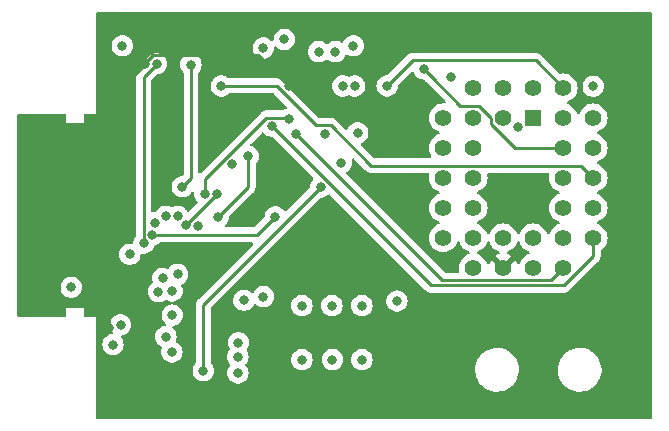
<source format=gbr>
%TF.GenerationSoftware,KiCad,Pcbnew,7.0.10*%
%TF.CreationDate,2024-03-07T18:21:54+01:00*%
%TF.ProjectId,ROM_Card,524f4d5f-4361-4726-942e-6b696361645f,rev?*%
%TF.SameCoordinates,Original*%
%TF.FileFunction,Copper,L2,Inr*%
%TF.FilePolarity,Positive*%
%FSLAX46Y46*%
G04 Gerber Fmt 4.6, Leading zero omitted, Abs format (unit mm)*
G04 Created by KiCad (PCBNEW 7.0.10) date 2024-03-07 18:21:54*
%MOMM*%
%LPD*%
G01*
G04 APERTURE LIST*
%TA.AperFunction,ComponentPad*%
%ADD10R,1.422400X1.422400*%
%TD*%
%TA.AperFunction,ComponentPad*%
%ADD11C,1.422400*%
%TD*%
%TA.AperFunction,ViaPad*%
%ADD12C,0.800000*%
%TD*%
%TA.AperFunction,Conductor*%
%ADD13C,0.250000*%
%TD*%
G04 APERTURE END LIST*
D10*
%TO.N,/A18*%
%TO.C,U2*%
X173355000Y-97282000D03*
D11*
%TO.N,/A16*%
X170815000Y-94742000D03*
%TO.N,/A15B*%
X170815000Y-97282000D03*
%TO.N,/A12*%
X168275000Y-94742000D03*
%TO.N,/A7*%
X165735000Y-97282000D03*
%TO.N,/A6*%
X168275000Y-97282000D03*
%TO.N,/A5*%
X165735000Y-99822000D03*
%TO.N,/A4*%
X168275000Y-99822000D03*
%TO.N,/A3*%
X165735000Y-102362000D03*
%TO.N,/A2*%
X168275000Y-102362000D03*
%TO.N,/A1*%
X165735000Y-104902000D03*
%TO.N,/A0*%
X168275000Y-104902000D03*
%TO.N,/D0*%
X165735000Y-107442000D03*
%TO.N,/D1*%
X168275000Y-109982000D03*
%TO.N,/D2*%
X168275000Y-107442000D03*
%TO.N,GND*%
X170815000Y-109982000D03*
%TO.N,/D3*%
X170815000Y-107442000D03*
%TO.N,/D4*%
X173355000Y-109982000D03*
%TO.N,/D5*%
X173355000Y-107442000D03*
%TO.N,/D6*%
X175895000Y-109982000D03*
%TO.N,/D7*%
X178435000Y-107442000D03*
%TO.N,Net-(SCS1-B)*%
X175895000Y-107442000D03*
%TO.N,/A10*%
X178435000Y-104902000D03*
%TO.N,/RD*%
X175895000Y-104902000D03*
%TO.N,/A11*%
X178435000Y-102362000D03*
%TO.N,/A9*%
X175895000Y-102362000D03*
%TO.N,/A8*%
X178435000Y-99822000D03*
%TO.N,/A13*%
X175895000Y-99822000D03*
%TO.N,Net-(SA14-B)*%
X178435000Y-97282000D03*
%TO.N,/A17*%
X175895000Y-94742000D03*
%TO.N,/PGM{slash}5V*%
X175895000Y-97282000D03*
%TO.N,+5V*%
X173355000Y-94742000D03*
%TD*%
D12*
%TO.N,/D1*%
X152654000Y-97420800D03*
X155194000Y-91681520D03*
%TO.N,/D0*%
X141354955Y-106175955D03*
%TO.N,/IO-CS2*%
X139192000Y-108839000D03*
%TO.N,/D0*%
X150495000Y-91377000D03*
%TO.N,/D2*%
X143637000Y-103124000D03*
X144369604Y-92782298D03*
%TO.N,/A16*%
X157217515Y-94582341D03*
%TO.N,/A15B*%
X158242000Y-94581520D03*
%TO.N,/D3*%
X158496000Y-98552000D03*
X157099000Y-101092000D03*
%TO.N,/A17*%
X160976500Y-94581520D03*
%TO.N,/D4*%
X156591000Y-91681520D03*
%TO.N,/D5*%
X158115000Y-91186000D03*
%TO.N,/A14B*%
X152273000Y-90652000D03*
%TO.N,GND*%
X152654000Y-94581520D03*
%TO.N,/D4*%
X149225000Y-100547000D03*
X141986000Y-110871000D03*
X146685000Y-105664000D03*
%TO.N,/D5*%
X155702000Y-98647000D03*
X155366784Y-103140800D03*
X145415000Y-118701000D03*
%TO.N,Net-(ID1-B)*%
X142790380Y-113993118D03*
%TO.N,Net-(ID2-B)*%
X142255740Y-115806448D03*
%TO.N,/D3*%
X143240380Y-110540704D03*
X147868017Y-101187000D03*
%TO.N,/D2*%
X143965380Y-106341134D03*
X146558000Y-103727000D03*
%TO.N,/D1*%
X144960998Y-106426000D03*
X145542000Y-103727000D03*
%TO.N,/IO-CS1*%
X134239000Y-111633000D03*
%TO.N,/D6*%
X153289000Y-98647000D03*
%TO.N,/A13*%
X164084000Y-93131520D03*
%TO.N,/A12*%
X166355247Y-93838247D03*
%TO.N,/A11*%
X146939000Y-94581520D03*
%TO.N,/IO-CS2*%
X138557000Y-91186000D03*
%TO.N,/WR*%
X140389891Y-107895109D03*
X141462003Y-92710000D03*
%TO.N,GND*%
X137418653Y-115057347D03*
X140462000Y-92710000D03*
%TO.N,/RD*%
X141097000Y-107188000D03*
X151511000Y-105664000D03*
%TO.N,/PGM{slash}5V*%
X138414998Y-114808000D03*
%TO.N,+5V*%
X161814998Y-112806000D03*
X137774736Y-116479264D03*
%TO.N,/D6*%
X143260653Y-105631653D03*
%TO.N,/D7*%
X142240000Y-105627000D03*
X151257000Y-98007000D03*
%TO.N,Net-(SA14-B)*%
X178435000Y-94615000D03*
%TO.N,/A9*%
X172046263Y-98047522D03*
%TO.N,GND*%
X150257998Y-116108000D03*
%TO.N,/IO-CS1*%
X148860998Y-112737000D03*
X141621998Y-112007000D03*
%TO.N,Net-(ID0-B)*%
X150511998Y-112425000D03*
X142778031Y-111956033D03*
%TO.N,Net-(ID7-B)*%
X148352998Y-118902000D03*
X158847000Y-117759000D03*
%TO.N,Net-(ID6-B)*%
X148352998Y-117505000D03*
X156353998Y-117759000D03*
%TO.N,Net-(ID5-B)*%
X148390251Y-116324747D03*
X153767000Y-117759000D03*
%TO.N,Net-(ID3-B)*%
X142764998Y-117124000D03*
X158847000Y-113187000D03*
%TO.N,Net-(ID2-B)*%
X156307000Y-113187000D03*
%TO.N,Net-(ID1-B)*%
X153767000Y-113187000D03*
%TD*%
D13*
%TO.N,/D1*%
X152515200Y-97282000D02*
X152654000Y-97420800D01*
X150747712Y-97282000D02*
X152515200Y-97282000D01*
X145542000Y-102487712D02*
X150747712Y-97282000D01*
X145542000Y-103727000D02*
X145542000Y-102487712D01*
%TO.N,/D2*%
X144369604Y-102391396D02*
X143637000Y-103124000D01*
X144369604Y-92782298D02*
X144369604Y-102391396D01*
%TO.N,/A11*%
X146939000Y-94581520D02*
X151628695Y-94581520D01*
X151628695Y-94581520D02*
X154969175Y-97922000D01*
X154969175Y-97922000D02*
X156235200Y-97922000D01*
X156235200Y-97922000D02*
X159639000Y-101325800D01*
X159639000Y-101325800D02*
X177398800Y-101325800D01*
X177398800Y-101325800D02*
X178435000Y-102362000D01*
%TO.N,/A17*%
X163151500Y-92406520D02*
X160976500Y-94581520D01*
X173559520Y-92406520D02*
X163151500Y-92406520D01*
X175895000Y-94742000D02*
X173559520Y-92406520D01*
%TO.N,GND*%
X152654000Y-94581520D02*
X150057480Y-91985000D01*
X141161698Y-91985000D02*
X140462000Y-92684698D01*
X150057480Y-91985000D02*
X141161698Y-91985000D01*
X140462000Y-92684698D02*
X140462000Y-92710000D01*
%TO.N,/D7*%
X178435000Y-107442000D02*
X178435000Y-108966000D01*
X175932800Y-111468200D02*
X164718200Y-111468200D01*
X178435000Y-108966000D02*
X175932800Y-111468200D01*
X164718200Y-111468200D02*
X151257000Y-98007000D01*
%TO.N,/D6*%
X153289000Y-98647000D02*
X165660200Y-111018200D01*
X165660200Y-111018200D02*
X174858800Y-111018200D01*
X174858800Y-111018200D02*
X175895000Y-109982000D01*
%TO.N,/D4*%
X149225000Y-103124000D02*
X149225000Y-100547000D01*
X146685000Y-105664000D02*
X149225000Y-103124000D01*
%TO.N,/D5*%
X155366784Y-103140800D02*
X145415000Y-113092584D01*
X145415000Y-113092584D02*
X145415000Y-118701000D01*
%TO.N,/D2*%
X146558000Y-103748514D02*
X146558000Y-103727000D01*
X143965380Y-106341134D02*
X146558000Y-103748514D01*
%TO.N,/A13*%
X164745500Y-93826500D02*
X167164800Y-96245800D01*
X164745500Y-93793020D02*
X164745500Y-93826500D01*
X164084000Y-93131520D02*
X164745500Y-93793020D01*
%TO.N,/WR*%
X140372000Y-107877218D02*
X140372000Y-93825305D01*
X140389891Y-107895109D02*
X140372000Y-107877218D01*
X140372000Y-93825305D02*
X141462003Y-92735302D01*
X141462003Y-92735302D02*
X141462003Y-92710000D01*
%TO.N,GND*%
X137418653Y-95753347D02*
X137418653Y-115057347D01*
X140462000Y-92710000D02*
X137418653Y-95753347D01*
%TO.N,/RD*%
X149987000Y-107188000D02*
X141097000Y-107188000D01*
X151511000Y-105664000D02*
X149987000Y-107188000D01*
%TO.N,/A13*%
X169778800Y-97769800D02*
X171831000Y-99822000D01*
X167164800Y-96245800D02*
X168742600Y-96245800D01*
X168742600Y-96245800D02*
X169778800Y-97282000D01*
X169778800Y-97282000D02*
X169778800Y-97769800D01*
X171831000Y-99822000D02*
X175895000Y-99822000D01*
%TD*%
%TA.AperFunction,Conductor*%
%TO.N,GND*%
G36*
X169593812Y-107749054D02*
G01*
X169647690Y-107793539D01*
X169664775Y-107830949D01*
X169672023Y-107858001D01*
X169672025Y-107858005D01*
X169672026Y-107858009D01*
X169727912Y-107977857D01*
X169761629Y-108050164D01*
X169761631Y-108050168D01*
X169883235Y-108223836D01*
X169883239Y-108223841D01*
X170033159Y-108373761D01*
X170033161Y-108373762D01*
X170033163Y-108373764D01*
X170206831Y-108495368D01*
X170206833Y-108495369D01*
X170206836Y-108495371D01*
X170398991Y-108584974D01*
X170398997Y-108584975D01*
X170398998Y-108584976D01*
X170427014Y-108592483D01*
X170486675Y-108628848D01*
X170517204Y-108691695D01*
X170508909Y-108761070D01*
X170464424Y-108814948D01*
X170427014Y-108832033D01*
X170399170Y-108839493D01*
X170399161Y-108839497D01*
X170207088Y-108929062D01*
X170153286Y-108966733D01*
X170770599Y-109584046D01*
X170689852Y-109596835D01*
X170576955Y-109654359D01*
X170487359Y-109743955D01*
X170429835Y-109856852D01*
X170417046Y-109937599D01*
X169799733Y-109320286D01*
X169762062Y-109374088D01*
X169672497Y-109566161D01*
X169672493Y-109566170D01*
X169665033Y-109594014D01*
X169628668Y-109653675D01*
X169565821Y-109684204D01*
X169496445Y-109675909D01*
X169442568Y-109631424D01*
X169425483Y-109594014D01*
X169417976Y-109565998D01*
X169417975Y-109565996D01*
X169417974Y-109565991D01*
X169328371Y-109373836D01*
X169328369Y-109373833D01*
X169328368Y-109373831D01*
X169206764Y-109200163D01*
X169206759Y-109200157D01*
X169056842Y-109050240D01*
X169056836Y-109050235D01*
X168883168Y-108928631D01*
X168883164Y-108928629D01*
X168691009Y-108839026D01*
X168691005Y-108839025D01*
X168691001Y-108839023D01*
X168663949Y-108831775D01*
X168604288Y-108795410D01*
X168573759Y-108732563D01*
X168582054Y-108663188D01*
X168626539Y-108609310D01*
X168663949Y-108592225D01*
X168681930Y-108587406D01*
X168691009Y-108584974D01*
X168883164Y-108495371D01*
X169056841Y-108373761D01*
X169206761Y-108223841D01*
X169328371Y-108050164D01*
X169417974Y-107858009D01*
X169425225Y-107830949D01*
X169461590Y-107771288D01*
X169524437Y-107740759D01*
X169593812Y-107749054D01*
G37*
%TD.AperFunction*%
%TA.AperFunction,Conductor*%
G36*
X172133812Y-107749054D02*
G01*
X172187690Y-107793539D01*
X172204775Y-107830949D01*
X172212023Y-107858001D01*
X172212025Y-107858005D01*
X172212026Y-107858009D01*
X172267912Y-107977857D01*
X172301629Y-108050164D01*
X172301631Y-108050168D01*
X172423235Y-108223836D01*
X172423239Y-108223841D01*
X172573159Y-108373761D01*
X172573161Y-108373762D01*
X172573163Y-108373764D01*
X172746831Y-108495368D01*
X172746833Y-108495369D01*
X172746836Y-108495371D01*
X172938991Y-108584974D01*
X172953717Y-108588919D01*
X172966051Y-108592225D01*
X173025711Y-108628591D01*
X173056240Y-108691438D01*
X173047945Y-108760813D01*
X173003459Y-108814691D01*
X172966051Y-108831775D01*
X172938996Y-108839024D01*
X172938989Y-108839027D01*
X172746835Y-108928629D01*
X172746831Y-108928631D01*
X172573163Y-109050235D01*
X172573157Y-109050240D01*
X172423240Y-109200157D01*
X172423235Y-109200163D01*
X172301631Y-109373831D01*
X172301629Y-109373835D01*
X172212027Y-109565989D01*
X172212023Y-109565999D01*
X172204515Y-109594018D01*
X172168149Y-109653677D01*
X172105301Y-109684205D01*
X172035926Y-109675908D01*
X171982049Y-109631421D01*
X171964965Y-109594011D01*
X171957505Y-109566166D01*
X171957502Y-109566161D01*
X171867934Y-109374083D01*
X171830266Y-109320286D01*
X171830265Y-109320285D01*
X171212953Y-109937597D01*
X171200165Y-109856852D01*
X171142641Y-109743955D01*
X171053045Y-109654359D01*
X170940148Y-109596835D01*
X170859401Y-109584046D01*
X171476713Y-108966734D01*
X171476712Y-108966733D01*
X171422914Y-108929063D01*
X171422912Y-108929062D01*
X171230838Y-108839497D01*
X171230829Y-108839493D01*
X171202985Y-108832033D01*
X171143325Y-108795669D01*
X171112795Y-108732822D01*
X171121089Y-108663446D01*
X171165574Y-108609568D01*
X171202986Y-108592483D01*
X171230999Y-108584977D01*
X171231000Y-108584976D01*
X171231009Y-108584974D01*
X171423164Y-108495371D01*
X171596841Y-108373761D01*
X171746761Y-108223841D01*
X171868371Y-108050164D01*
X171957974Y-107858009D01*
X171965225Y-107830949D01*
X172001590Y-107771288D01*
X172064437Y-107740759D01*
X172133812Y-107749054D01*
G37*
%TD.AperFunction*%
%TA.AperFunction,Conductor*%
G36*
X174656042Y-101970985D02*
G01*
X174701797Y-102023789D01*
X174711741Y-102092947D01*
X174708778Y-102107392D01*
X174697153Y-102150778D01*
X174697150Y-102150791D01*
X174678672Y-102361999D01*
X174678672Y-102362000D01*
X174697150Y-102573208D01*
X174697152Y-102573218D01*
X174752023Y-102778001D01*
X174752025Y-102778005D01*
X174752026Y-102778009D01*
X174778845Y-102835522D01*
X174841629Y-102970164D01*
X174841631Y-102970168D01*
X174963235Y-103143836D01*
X174963240Y-103143842D01*
X175113157Y-103293759D01*
X175113163Y-103293764D01*
X175286831Y-103415368D01*
X175286833Y-103415369D01*
X175286836Y-103415371D01*
X175478991Y-103504974D01*
X175493717Y-103508919D01*
X175506051Y-103512225D01*
X175565711Y-103548591D01*
X175596240Y-103611438D01*
X175587945Y-103680813D01*
X175543459Y-103734691D01*
X175506051Y-103751775D01*
X175478996Y-103759024D01*
X175478991Y-103759025D01*
X175478991Y-103759026D01*
X175454726Y-103770340D01*
X175286835Y-103848629D01*
X175286831Y-103848631D01*
X175113163Y-103970235D01*
X175113157Y-103970240D01*
X174963240Y-104120157D01*
X174963235Y-104120163D01*
X174841631Y-104293831D01*
X174841629Y-104293835D01*
X174752027Y-104485989D01*
X174752023Y-104485998D01*
X174697152Y-104690781D01*
X174697150Y-104690791D01*
X174678672Y-104901999D01*
X174678672Y-104902000D01*
X174697150Y-105113208D01*
X174697152Y-105113218D01*
X174752023Y-105318001D01*
X174752025Y-105318005D01*
X174752026Y-105318009D01*
X174825577Y-105475740D01*
X174841629Y-105510164D01*
X174841631Y-105510168D01*
X174963235Y-105683836D01*
X174963240Y-105683842D01*
X175113157Y-105833759D01*
X175113163Y-105833764D01*
X175286831Y-105955368D01*
X175286833Y-105955369D01*
X175286836Y-105955371D01*
X175478991Y-106044974D01*
X175493717Y-106048919D01*
X175506051Y-106052225D01*
X175565711Y-106088591D01*
X175596240Y-106151438D01*
X175587945Y-106220813D01*
X175543459Y-106274691D01*
X175506051Y-106291775D01*
X175478996Y-106299024D01*
X175478989Y-106299027D01*
X175286835Y-106388629D01*
X175286831Y-106388631D01*
X175113163Y-106510235D01*
X175113157Y-106510240D01*
X174963240Y-106660157D01*
X174963235Y-106660163D01*
X174841631Y-106833831D01*
X174841629Y-106833835D01*
X174752027Y-107025989D01*
X174752024Y-107025996D01*
X174744775Y-107053051D01*
X174708409Y-107112711D01*
X174645562Y-107143240D01*
X174576187Y-107134945D01*
X174522309Y-107090459D01*
X174505225Y-107053051D01*
X174497975Y-107025996D01*
X174497974Y-107025991D01*
X174408371Y-106833836D01*
X174408369Y-106833833D01*
X174408368Y-106833831D01*
X174286764Y-106660163D01*
X174286759Y-106660157D01*
X174136842Y-106510240D01*
X174136836Y-106510235D01*
X173963168Y-106388631D01*
X173963164Y-106388629D01*
X173771009Y-106299026D01*
X173771005Y-106299025D01*
X173771001Y-106299023D01*
X173566218Y-106244152D01*
X173566208Y-106244150D01*
X173355001Y-106225672D01*
X173354999Y-106225672D01*
X173143791Y-106244150D01*
X173143781Y-106244152D01*
X172938998Y-106299023D01*
X172938989Y-106299027D01*
X172746835Y-106388629D01*
X172746831Y-106388631D01*
X172573163Y-106510235D01*
X172573157Y-106510240D01*
X172423240Y-106660157D01*
X172423235Y-106660163D01*
X172301631Y-106833831D01*
X172301629Y-106833835D01*
X172212027Y-107025989D01*
X172212024Y-107025996D01*
X172204775Y-107053051D01*
X172168409Y-107112711D01*
X172105562Y-107143240D01*
X172036187Y-107134945D01*
X171982309Y-107090459D01*
X171965225Y-107053051D01*
X171957975Y-107025996D01*
X171957974Y-107025991D01*
X171868371Y-106833836D01*
X171868369Y-106833833D01*
X171868368Y-106833831D01*
X171746764Y-106660163D01*
X171746759Y-106660157D01*
X171596842Y-106510240D01*
X171596836Y-106510235D01*
X171423168Y-106388631D01*
X171423164Y-106388629D01*
X171231009Y-106299026D01*
X171231005Y-106299025D01*
X171231001Y-106299023D01*
X171026218Y-106244152D01*
X171026208Y-106244150D01*
X170815001Y-106225672D01*
X170814999Y-106225672D01*
X170603791Y-106244150D01*
X170603781Y-106244152D01*
X170398998Y-106299023D01*
X170398989Y-106299027D01*
X170206835Y-106388629D01*
X170206831Y-106388631D01*
X170033163Y-106510235D01*
X170033157Y-106510240D01*
X169883240Y-106660157D01*
X169883235Y-106660163D01*
X169761631Y-106833831D01*
X169761629Y-106833835D01*
X169672027Y-107025989D01*
X169672024Y-107025996D01*
X169664775Y-107053051D01*
X169628409Y-107112711D01*
X169565562Y-107143240D01*
X169496187Y-107134945D01*
X169442309Y-107090459D01*
X169425225Y-107053051D01*
X169417975Y-107025996D01*
X169417974Y-107025991D01*
X169328371Y-106833836D01*
X169328369Y-106833833D01*
X169328368Y-106833831D01*
X169206764Y-106660163D01*
X169206759Y-106660157D01*
X169056842Y-106510240D01*
X169056836Y-106510235D01*
X168883168Y-106388631D01*
X168883164Y-106388629D01*
X168691009Y-106299026D01*
X168691005Y-106299025D01*
X168691001Y-106299023D01*
X168663949Y-106291775D01*
X168604288Y-106255410D01*
X168573759Y-106192563D01*
X168582054Y-106123188D01*
X168626539Y-106069310D01*
X168663949Y-106052225D01*
X168681930Y-106047406D01*
X168691009Y-106044974D01*
X168883164Y-105955371D01*
X169056841Y-105833761D01*
X169206761Y-105683841D01*
X169328371Y-105510164D01*
X169417974Y-105318009D01*
X169472849Y-105113213D01*
X169491328Y-104902000D01*
X169490017Y-104887021D01*
X169479417Y-104765856D01*
X169472849Y-104690787D01*
X169417974Y-104485991D01*
X169328371Y-104293836D01*
X169328369Y-104293833D01*
X169328368Y-104293831D01*
X169206764Y-104120163D01*
X169206759Y-104120157D01*
X169056842Y-103970240D01*
X169056836Y-103970235D01*
X168883168Y-103848631D01*
X168883164Y-103848629D01*
X168820840Y-103819567D01*
X168691009Y-103759026D01*
X168691005Y-103759025D01*
X168691001Y-103759023D01*
X168663949Y-103751775D01*
X168604288Y-103715410D01*
X168573759Y-103652563D01*
X168582054Y-103583188D01*
X168626539Y-103529310D01*
X168663949Y-103512225D01*
X168681930Y-103507406D01*
X168691009Y-103504974D01*
X168883164Y-103415371D01*
X169056841Y-103293761D01*
X169206761Y-103143841D01*
X169328371Y-102970164D01*
X169417974Y-102778009D01*
X169472849Y-102573213D01*
X169491328Y-102362000D01*
X169472849Y-102150787D01*
X169463831Y-102117130D01*
X169461222Y-102107392D01*
X169462885Y-102037543D01*
X169502048Y-101979680D01*
X169566277Y-101952177D01*
X169580997Y-101951300D01*
X174589003Y-101951300D01*
X174656042Y-101970985D01*
G37*
%TD.AperFunction*%
%TA.AperFunction,Conductor*%
G36*
X150492307Y-98524506D02*
G01*
X150541123Y-98557714D01*
X150651129Y-98679888D01*
X150651132Y-98679890D01*
X150804265Y-98791148D01*
X150804270Y-98791151D01*
X150977192Y-98868142D01*
X150977197Y-98868144D01*
X151162354Y-98907500D01*
X151221548Y-98907500D01*
X151288587Y-98927185D01*
X151309229Y-98943819D01*
X154712013Y-102346603D01*
X154745498Y-102407926D01*
X154740514Y-102477618D01*
X154716483Y-102517256D01*
X154634251Y-102608584D01*
X154634249Y-102608585D01*
X154634248Y-102608588D01*
X154539605Y-102772515D01*
X154539602Y-102772522D01*
X154484530Y-102942017D01*
X154481110Y-102952544D01*
X154479258Y-102970168D01*
X154463462Y-103120451D01*
X154436877Y-103185066D01*
X154427822Y-103195170D01*
X152448456Y-105174535D01*
X152387133Y-105208020D01*
X152317441Y-105203036D01*
X152261508Y-105161164D01*
X152253395Y-105148866D01*
X152243533Y-105131784D01*
X152116871Y-104991112D01*
X152116870Y-104991111D01*
X151963734Y-104879851D01*
X151963729Y-104879848D01*
X151790807Y-104802857D01*
X151790802Y-104802855D01*
X151638616Y-104770508D01*
X151605646Y-104763500D01*
X151416354Y-104763500D01*
X151383897Y-104770398D01*
X151231197Y-104802855D01*
X151231192Y-104802857D01*
X151058270Y-104879848D01*
X151058265Y-104879851D01*
X150905129Y-104991111D01*
X150778466Y-105131785D01*
X150683821Y-105295715D01*
X150683818Y-105295722D01*
X150665739Y-105351365D01*
X150625326Y-105475744D01*
X150607679Y-105643649D01*
X150581094Y-105708263D01*
X150572039Y-105718368D01*
X149764228Y-106526181D01*
X149702905Y-106559666D01*
X149676547Y-106562500D01*
X147361975Y-106562500D01*
X147294936Y-106542815D01*
X147249181Y-106490011D01*
X147239237Y-106420853D01*
X147268262Y-106357297D01*
X147289091Y-106338181D01*
X147290871Y-106336888D01*
X147417533Y-106196216D01*
X147512179Y-106032284D01*
X147570674Y-105852256D01*
X147588321Y-105684344D01*
X147614904Y-105619734D01*
X147623951Y-105609638D01*
X149608788Y-103624801D01*
X149621042Y-103614986D01*
X149620859Y-103614764D01*
X149626868Y-103609791D01*
X149626877Y-103609786D01*
X149672949Y-103560722D01*
X149675566Y-103558023D01*
X149695120Y-103538471D01*
X149697576Y-103535303D01*
X149705156Y-103526427D01*
X149735062Y-103494582D01*
X149744713Y-103477024D01*
X149755396Y-103460761D01*
X149767673Y-103444936D01*
X149785021Y-103404844D01*
X149790151Y-103394371D01*
X149811197Y-103356092D01*
X149816180Y-103336680D01*
X149822481Y-103318280D01*
X149830437Y-103299896D01*
X149837270Y-103256748D01*
X149839633Y-103245338D01*
X149850500Y-103203019D01*
X149850500Y-103182983D01*
X149852027Y-103163582D01*
X149855160Y-103143804D01*
X149851050Y-103100324D01*
X149850500Y-103088655D01*
X149850500Y-101245687D01*
X149870185Y-101178648D01*
X149882350Y-101162715D01*
X149900891Y-101142122D01*
X149957533Y-101079216D01*
X150052179Y-100915284D01*
X150110674Y-100735256D01*
X150130460Y-100547000D01*
X150110674Y-100358744D01*
X150052179Y-100178716D01*
X149957533Y-100014784D01*
X149830871Y-99874112D01*
X149759145Y-99822000D01*
X149677734Y-99762851D01*
X149677729Y-99762848D01*
X149504807Y-99685857D01*
X149504802Y-99685855D01*
X149500278Y-99684894D01*
X149438796Y-99651702D01*
X149405020Y-99590539D01*
X149409672Y-99520824D01*
X149438376Y-99475925D01*
X150361295Y-98553005D01*
X150422616Y-98519522D01*
X150492307Y-98524506D01*
G37*
%TD.AperFunction*%
%TA.AperFunction,Conductor*%
G36*
X183330539Y-88333185D02*
G01*
X183376294Y-88385989D01*
X183387500Y-88437500D01*
X183387500Y-122684500D01*
X183367815Y-122751539D01*
X183315011Y-122797294D01*
X183263500Y-122808500D01*
X136454500Y-122808500D01*
X136387461Y-122788815D01*
X136341706Y-122736011D01*
X136330500Y-122684500D01*
X136330500Y-116479264D01*
X136869276Y-116479264D01*
X136889062Y-116667520D01*
X136889063Y-116667523D01*
X136947554Y-116847541D01*
X136947557Y-116847548D01*
X137042203Y-117011480D01*
X137154966Y-117136716D01*
X137168865Y-117152152D01*
X137322001Y-117263412D01*
X137322006Y-117263415D01*
X137494928Y-117340406D01*
X137494933Y-117340408D01*
X137680090Y-117379764D01*
X137680091Y-117379764D01*
X137869380Y-117379764D01*
X137869382Y-117379764D01*
X138054539Y-117340408D01*
X138227466Y-117263415D01*
X138380607Y-117152152D01*
X138507269Y-117011480D01*
X138601915Y-116847548D01*
X138660410Y-116667520D01*
X138680196Y-116479264D01*
X138660410Y-116291008D01*
X138601915Y-116110980D01*
X138507269Y-115947048D01*
X138471074Y-115906850D01*
X138440846Y-115843861D01*
X138449471Y-115774526D01*
X138494212Y-115720860D01*
X138537443Y-115702591D01*
X138694801Y-115669144D01*
X138867728Y-115592151D01*
X139020869Y-115480888D01*
X139147531Y-115340216D01*
X139242177Y-115176284D01*
X139300672Y-114996256D01*
X139320458Y-114808000D01*
X139300672Y-114619744D01*
X139242177Y-114439716D01*
X139147531Y-114275784D01*
X139020869Y-114135112D01*
X139020868Y-114135111D01*
X138867732Y-114023851D01*
X138867727Y-114023848D01*
X138694805Y-113946857D01*
X138694800Y-113946855D01*
X138548999Y-113915865D01*
X138509644Y-113907500D01*
X138320352Y-113907500D01*
X138287895Y-113914398D01*
X138135195Y-113946855D01*
X138135190Y-113946857D01*
X137962268Y-114023848D01*
X137962263Y-114023851D01*
X137809127Y-114135111D01*
X137682464Y-114275785D01*
X137587819Y-114439715D01*
X137587816Y-114439722D01*
X137529325Y-114619740D01*
X137529324Y-114619744D01*
X137509538Y-114808000D01*
X137529324Y-114996256D01*
X137529325Y-114996259D01*
X137587816Y-115176277D01*
X137587819Y-115176284D01*
X137682465Y-115340216D01*
X137718657Y-115380411D01*
X137748887Y-115443402D01*
X137740262Y-115512737D01*
X137695521Y-115566403D01*
X137652288Y-115584673D01*
X137494933Y-115618119D01*
X137494928Y-115618121D01*
X137322006Y-115695112D01*
X137322001Y-115695115D01*
X137168865Y-115806375D01*
X137042202Y-115947049D01*
X136947557Y-116110979D01*
X136947554Y-116110986D01*
X136898994Y-116260440D01*
X136889062Y-116291008D01*
X136869276Y-116479264D01*
X136330500Y-116479264D01*
X136330500Y-114210759D01*
X136330528Y-114210616D01*
X136330524Y-114210616D01*
X136330539Y-114186002D01*
X136330541Y-114186000D01*
X136330462Y-114185808D01*
X136330384Y-114185618D01*
X136330380Y-114185614D01*
X136330194Y-114185538D01*
X136329987Y-114185453D01*
X136318255Y-114180594D01*
X136292391Y-114173000D01*
X136271000Y-114173000D01*
X135454500Y-114173000D01*
X135387461Y-114153315D01*
X135341706Y-114100511D01*
X135330500Y-114049000D01*
X135330500Y-113410759D01*
X135330528Y-113410616D01*
X135330524Y-113410616D01*
X135330539Y-113386002D01*
X135330541Y-113386000D01*
X135330462Y-113385808D01*
X135330384Y-113385618D01*
X135330380Y-113385614D01*
X135330194Y-113385538D01*
X135330002Y-113385459D01*
X135305446Y-113385459D01*
X135305240Y-113385500D01*
X133854760Y-113385500D01*
X133854554Y-113385459D01*
X133829998Y-113385459D01*
X133829807Y-113385538D01*
X133829619Y-113385615D01*
X133829615Y-113385618D01*
X133829459Y-113385999D01*
X133829476Y-113410616D01*
X133829471Y-113410616D01*
X133829500Y-113410759D01*
X133829500Y-114049000D01*
X133809815Y-114116039D01*
X133757011Y-114161794D01*
X133705500Y-114173000D01*
X129804500Y-114173000D01*
X129737461Y-114153315D01*
X129691706Y-114100511D01*
X129680500Y-114049000D01*
X129680500Y-111633000D01*
X133333540Y-111633000D01*
X133353326Y-111821256D01*
X133353327Y-111821259D01*
X133411818Y-112001277D01*
X133411821Y-112001284D01*
X133506467Y-112165216D01*
X133604223Y-112273785D01*
X133633129Y-112305888D01*
X133786265Y-112417148D01*
X133786270Y-112417151D01*
X133959192Y-112494142D01*
X133959197Y-112494144D01*
X134144354Y-112533500D01*
X134144355Y-112533500D01*
X134333644Y-112533500D01*
X134333646Y-112533500D01*
X134518803Y-112494144D01*
X134691730Y-112417151D01*
X134844871Y-112305888D01*
X134971533Y-112165216D01*
X135062879Y-112007000D01*
X140716538Y-112007000D01*
X140736324Y-112195256D01*
X140736325Y-112195259D01*
X140794816Y-112375277D01*
X140794819Y-112375284D01*
X140889465Y-112539216D01*
X140956131Y-112613256D01*
X141016127Y-112679888D01*
X141169263Y-112791148D01*
X141169268Y-112791151D01*
X141342190Y-112868142D01*
X141342195Y-112868144D01*
X141527352Y-112907500D01*
X141527353Y-112907500D01*
X141716642Y-112907500D01*
X141716644Y-112907500D01*
X141901801Y-112868144D01*
X142074728Y-112791151D01*
X142162205Y-112727595D01*
X142228010Y-112704116D01*
X142296063Y-112719941D01*
X142307971Y-112727593D01*
X142325301Y-112740184D01*
X142498223Y-112817175D01*
X142498224Y-112817175D01*
X142498228Y-112817177D01*
X142674282Y-112854598D01*
X142735762Y-112887789D01*
X142769539Y-112948952D01*
X142764887Y-113018666D01*
X142723283Y-113074799D01*
X142674281Y-113097177D01*
X142510577Y-113131973D01*
X142510572Y-113131975D01*
X142337650Y-113208966D01*
X142337645Y-113208969D01*
X142184509Y-113320229D01*
X142057846Y-113460903D01*
X141963201Y-113624833D01*
X141963198Y-113624840D01*
X141932534Y-113719216D01*
X141904706Y-113804862D01*
X141884920Y-113993118D01*
X141904706Y-114181374D01*
X141904707Y-114181377D01*
X141963198Y-114361395D01*
X141963201Y-114361402D01*
X142057847Y-114525334D01*
X142170498Y-114650445D01*
X142184508Y-114666005D01*
X142209395Y-114684087D01*
X142252060Y-114739417D01*
X142258038Y-114809031D01*
X142225431Y-114870825D01*
X142164592Y-114905182D01*
X142162289Y-114905694D01*
X141975937Y-114945303D01*
X141975932Y-114945305D01*
X141803010Y-115022296D01*
X141803005Y-115022299D01*
X141649869Y-115133559D01*
X141523206Y-115274233D01*
X141428561Y-115438163D01*
X141428558Y-115438170D01*
X141370089Y-115618120D01*
X141370066Y-115618192D01*
X141350280Y-115806448D01*
X141370066Y-115994704D01*
X141370067Y-115994707D01*
X141428558Y-116174725D01*
X141428561Y-116174732D01*
X141523207Y-116338664D01*
X141649869Y-116479336D01*
X141803010Y-116590599D01*
X141865657Y-116618491D01*
X141918891Y-116663740D01*
X141939212Y-116730589D01*
X141933149Y-116770087D01*
X141879325Y-116935740D01*
X141879324Y-116935744D01*
X141859538Y-117124000D01*
X141879324Y-117312256D01*
X141879325Y-117312259D01*
X141937816Y-117492277D01*
X141937819Y-117492284D01*
X142032465Y-117656216D01*
X142134566Y-117769610D01*
X142159127Y-117796888D01*
X142312263Y-117908148D01*
X142312268Y-117908151D01*
X142485190Y-117985142D01*
X142485195Y-117985144D01*
X142670352Y-118024500D01*
X142670353Y-118024500D01*
X142859642Y-118024500D01*
X142859644Y-118024500D01*
X143044801Y-117985144D01*
X143217728Y-117908151D01*
X143370869Y-117796888D01*
X143497531Y-117656216D01*
X143592177Y-117492284D01*
X143650672Y-117312256D01*
X143670458Y-117124000D01*
X143650672Y-116935744D01*
X143592177Y-116755716D01*
X143497531Y-116591784D01*
X143370869Y-116451112D01*
X143370868Y-116451111D01*
X143217732Y-116339851D01*
X143217727Y-116339848D01*
X143155083Y-116311957D01*
X143101846Y-116266707D01*
X143081525Y-116199857D01*
X143087587Y-116160365D01*
X143141414Y-115994704D01*
X143161200Y-115806448D01*
X143141414Y-115618192D01*
X143082919Y-115438164D01*
X142988273Y-115274232D01*
X142861611Y-115133560D01*
X142861610Y-115133559D01*
X142836724Y-115115478D01*
X142794059Y-115060147D01*
X142788081Y-114990534D01*
X142820688Y-114928739D01*
X142881528Y-114894383D01*
X142883831Y-114893870D01*
X142885017Y-114893618D01*
X142885026Y-114893618D01*
X143070183Y-114854262D01*
X143070187Y-114854260D01*
X143070188Y-114854260D01*
X143171772Y-114809031D01*
X143243110Y-114777269D01*
X143396251Y-114666006D01*
X143522913Y-114525334D01*
X143617559Y-114361402D01*
X143676054Y-114181374D01*
X143695840Y-113993118D01*
X143676054Y-113804862D01*
X143617559Y-113624834D01*
X143522913Y-113460902D01*
X143396251Y-113320230D01*
X143396250Y-113320229D01*
X143243114Y-113208969D01*
X143243109Y-113208966D01*
X143070187Y-113131975D01*
X143070182Y-113131973D01*
X142916410Y-113099289D01*
X142894128Y-113094552D01*
X142832647Y-113061361D01*
X142798871Y-113000198D01*
X142803523Y-112930483D01*
X142845128Y-112874351D01*
X142894127Y-112851973D01*
X143057834Y-112817177D01*
X143230761Y-112740184D01*
X143383902Y-112628921D01*
X143510564Y-112488249D01*
X143605210Y-112324317D01*
X143663705Y-112144289D01*
X143683491Y-111956033D01*
X143663705Y-111767777D01*
X143605210Y-111587749D01*
X143571297Y-111529011D01*
X143554825Y-111461112D01*
X143577678Y-111395085D01*
X143628245Y-111353734D01*
X143693110Y-111324855D01*
X143846251Y-111213592D01*
X143972913Y-111072920D01*
X144067559Y-110908988D01*
X144126054Y-110728960D01*
X144145840Y-110540704D01*
X144126054Y-110352448D01*
X144067559Y-110172420D01*
X143972913Y-110008488D01*
X143846251Y-109867816D01*
X143846250Y-109867815D01*
X143693114Y-109756555D01*
X143693109Y-109756552D01*
X143520187Y-109679561D01*
X143520182Y-109679559D01*
X143374381Y-109648569D01*
X143335026Y-109640204D01*
X143145734Y-109640204D01*
X143113277Y-109647102D01*
X142960577Y-109679559D01*
X142960572Y-109679561D01*
X142787650Y-109756552D01*
X142787645Y-109756555D01*
X142634509Y-109867815D01*
X142507845Y-110008489D01*
X142506956Y-110009714D01*
X142506259Y-110010250D01*
X142503499Y-110013317D01*
X142502938Y-110012812D01*
X142451625Y-110052378D01*
X142382011Y-110058356D01*
X142356204Y-110050105D01*
X142265807Y-110009857D01*
X142265802Y-110009855D01*
X142120001Y-109978865D01*
X142080646Y-109970500D01*
X141891354Y-109970500D01*
X141858897Y-109977398D01*
X141706197Y-110009855D01*
X141706192Y-110009857D01*
X141533270Y-110086848D01*
X141533265Y-110086851D01*
X141380129Y-110198111D01*
X141253466Y-110338785D01*
X141158821Y-110502715D01*
X141158818Y-110502722D01*
X141100327Y-110682740D01*
X141100326Y-110682744D01*
X141090960Y-110771856D01*
X141080540Y-110871000D01*
X141100326Y-111059256D01*
X141100328Y-111059262D01*
X141128655Y-111146447D01*
X141130650Y-111216288D01*
X141094569Y-111276121D01*
X141083611Y-111285081D01*
X141016126Y-111334112D01*
X141016121Y-111334116D01*
X140889464Y-111474785D01*
X140794819Y-111638715D01*
X140794816Y-111638722D01*
X140752884Y-111767777D01*
X140736324Y-111818744D01*
X140716538Y-112007000D01*
X135062879Y-112007000D01*
X135066179Y-112001284D01*
X135124674Y-111821256D01*
X135144460Y-111633000D01*
X135124674Y-111444744D01*
X135066179Y-111264716D01*
X134971533Y-111100784D01*
X134844871Y-110960112D01*
X134774505Y-110908988D01*
X134691734Y-110848851D01*
X134691729Y-110848848D01*
X134518807Y-110771857D01*
X134518802Y-110771855D01*
X134373001Y-110740865D01*
X134333646Y-110732500D01*
X134144354Y-110732500D01*
X134111897Y-110739398D01*
X133959197Y-110771855D01*
X133959192Y-110771857D01*
X133786270Y-110848848D01*
X133786265Y-110848851D01*
X133633129Y-110960111D01*
X133506466Y-111100785D01*
X133411821Y-111264715D01*
X133411818Y-111264722D01*
X133353327Y-111444740D01*
X133353326Y-111444744D01*
X133333540Y-111633000D01*
X129680500Y-111633000D01*
X129680500Y-108839000D01*
X138286540Y-108839000D01*
X138306326Y-109027256D01*
X138306327Y-109027259D01*
X138364818Y-109207277D01*
X138364821Y-109207284D01*
X138459467Y-109371216D01*
X138545537Y-109466806D01*
X138586129Y-109511888D01*
X138739265Y-109623148D01*
X138739270Y-109623151D01*
X138912192Y-109700142D01*
X138912197Y-109700144D01*
X139097354Y-109739500D01*
X139097355Y-109739500D01*
X139286644Y-109739500D01*
X139286646Y-109739500D01*
X139471803Y-109700144D01*
X139644730Y-109623151D01*
X139797871Y-109511888D01*
X139924533Y-109371216D01*
X140019179Y-109207284D01*
X140077674Y-109027256D01*
X140091848Y-108892394D01*
X140118431Y-108827782D01*
X140175729Y-108787797D01*
X140240948Y-108784068D01*
X140295245Y-108795609D01*
X140295246Y-108795609D01*
X140484535Y-108795609D01*
X140484537Y-108795609D01*
X140669694Y-108756253D01*
X140842621Y-108679260D01*
X140995762Y-108567997D01*
X141122424Y-108427325D01*
X141217070Y-108263393D01*
X141257876Y-108137805D01*
X141297312Y-108080132D01*
X141350024Y-108054835D01*
X141376803Y-108049144D01*
X141376807Y-108049142D01*
X141376808Y-108049142D01*
X141514546Y-107987816D01*
X141549730Y-107972151D01*
X141702871Y-107860888D01*
X141705788Y-107857647D01*
X141708600Y-107854526D01*
X141768087Y-107817879D01*
X141800748Y-107813500D01*
X149510131Y-107813500D01*
X149577170Y-107833185D01*
X149622925Y-107885989D01*
X149632869Y-107955147D01*
X149603844Y-108018703D01*
X149597812Y-108025181D01*
X145031208Y-112591783D01*
X145018951Y-112601604D01*
X145019134Y-112601825D01*
X145013122Y-112606798D01*
X144967098Y-112655807D01*
X144964391Y-112658600D01*
X144944889Y-112678101D01*
X144944875Y-112678118D01*
X144942407Y-112681299D01*
X144934843Y-112690154D01*
X144904937Y-112722002D01*
X144904936Y-112722004D01*
X144895284Y-112739560D01*
X144884610Y-112755810D01*
X144872329Y-112771645D01*
X144872324Y-112771652D01*
X144854975Y-112811742D01*
X144849838Y-112822228D01*
X144828803Y-112860490D01*
X144823822Y-112879891D01*
X144817521Y-112898294D01*
X144809562Y-112916686D01*
X144809561Y-112916689D01*
X144802728Y-112959827D01*
X144800360Y-112971258D01*
X144789501Y-113013555D01*
X144789500Y-113013566D01*
X144789500Y-113033600D01*
X144787973Y-113052999D01*
X144786649Y-113061361D01*
X144784840Y-113072780D01*
X144787517Y-113101096D01*
X144788950Y-113116258D01*
X144789500Y-113127927D01*
X144789500Y-118002312D01*
X144769815Y-118069351D01*
X144757650Y-118085284D01*
X144682466Y-118168784D01*
X144587821Y-118332715D01*
X144587818Y-118332722D01*
X144529327Y-118512740D01*
X144529326Y-118512744D01*
X144509540Y-118701000D01*
X144529326Y-118889256D01*
X144529327Y-118889259D01*
X144587818Y-119069277D01*
X144587821Y-119069284D01*
X144682467Y-119233216D01*
X144781922Y-119343672D01*
X144809129Y-119373888D01*
X144962265Y-119485148D01*
X144962270Y-119485151D01*
X145135192Y-119562142D01*
X145135197Y-119562144D01*
X145320354Y-119601500D01*
X145320355Y-119601500D01*
X145509644Y-119601500D01*
X145509646Y-119601500D01*
X145694803Y-119562144D01*
X145867730Y-119485151D01*
X146020871Y-119373888D01*
X146147533Y-119233216D01*
X146242179Y-119069284D01*
X146296533Y-118902000D01*
X147447538Y-118902000D01*
X147467324Y-119090256D01*
X147467325Y-119090259D01*
X147525816Y-119270277D01*
X147525819Y-119270284D01*
X147620465Y-119434216D01*
X147735650Y-119562142D01*
X147747127Y-119574888D01*
X147900263Y-119686148D01*
X147900268Y-119686151D01*
X148073190Y-119763142D01*
X148073195Y-119763144D01*
X148258352Y-119802500D01*
X148258353Y-119802500D01*
X148447642Y-119802500D01*
X148447644Y-119802500D01*
X148632801Y-119763144D01*
X148805728Y-119686151D01*
X148958869Y-119574888D01*
X149085531Y-119434216D01*
X149180177Y-119270284D01*
X149238672Y-119090256D01*
X149258458Y-118902000D01*
X149238672Y-118713744D01*
X149229580Y-118685763D01*
X168437787Y-118685763D01*
X168467413Y-118955013D01*
X168467415Y-118955024D01*
X168535926Y-119217082D01*
X168535928Y-119217088D01*
X168641870Y-119466390D01*
X168653318Y-119485148D01*
X168782979Y-119697605D01*
X168782986Y-119697615D01*
X168956253Y-119905819D01*
X168956259Y-119905824D01*
X169157998Y-120086582D01*
X169383910Y-120236044D01*
X169629176Y-120351020D01*
X169629183Y-120351022D01*
X169629185Y-120351023D01*
X169888557Y-120429057D01*
X169888564Y-120429058D01*
X169888569Y-120429060D01*
X170156561Y-120468500D01*
X170156566Y-120468500D01*
X170359629Y-120468500D01*
X170359631Y-120468500D01*
X170359636Y-120468499D01*
X170359648Y-120468499D01*
X170397191Y-120465750D01*
X170562156Y-120453677D01*
X170674758Y-120428593D01*
X170826546Y-120394782D01*
X170826548Y-120394781D01*
X170826553Y-120394780D01*
X171079558Y-120298014D01*
X171315777Y-120165441D01*
X171530177Y-119999888D01*
X171718186Y-119804881D01*
X171875799Y-119584579D01*
X171953107Y-119434214D01*
X171999649Y-119343690D01*
X171999651Y-119343684D01*
X171999656Y-119343675D01*
X172087118Y-119087305D01*
X172136319Y-118820933D01*
X172141259Y-118685763D01*
X175437787Y-118685763D01*
X175467413Y-118955013D01*
X175467415Y-118955024D01*
X175535926Y-119217082D01*
X175535928Y-119217088D01*
X175641870Y-119466390D01*
X175653318Y-119485148D01*
X175782979Y-119697605D01*
X175782986Y-119697615D01*
X175956253Y-119905819D01*
X175956259Y-119905824D01*
X176157998Y-120086582D01*
X176383910Y-120236044D01*
X176629176Y-120351020D01*
X176629183Y-120351022D01*
X176629185Y-120351023D01*
X176888557Y-120429057D01*
X176888564Y-120429058D01*
X176888569Y-120429060D01*
X177156561Y-120468500D01*
X177156566Y-120468500D01*
X177359629Y-120468500D01*
X177359631Y-120468500D01*
X177359636Y-120468499D01*
X177359648Y-120468499D01*
X177397191Y-120465750D01*
X177562156Y-120453677D01*
X177674758Y-120428593D01*
X177826546Y-120394782D01*
X177826548Y-120394781D01*
X177826553Y-120394780D01*
X178079558Y-120298014D01*
X178315777Y-120165441D01*
X178530177Y-119999888D01*
X178718186Y-119804881D01*
X178875799Y-119584579D01*
X178953107Y-119434214D01*
X178999649Y-119343690D01*
X178999651Y-119343684D01*
X178999656Y-119343675D01*
X179087118Y-119087305D01*
X179136319Y-118820933D01*
X179146212Y-118550235D01*
X179116586Y-118280982D01*
X179048072Y-118018912D01*
X178942130Y-117769610D01*
X178801018Y-117538390D01*
X178773231Y-117505000D01*
X178627746Y-117330180D01*
X178627740Y-117330175D01*
X178426002Y-117149418D01*
X178200092Y-116999957D01*
X178146536Y-116974851D01*
X177954824Y-116884980D01*
X177954819Y-116884978D01*
X177954814Y-116884976D01*
X177695442Y-116806942D01*
X177695428Y-116806939D01*
X177579791Y-116789921D01*
X177427439Y-116767500D01*
X177224369Y-116767500D01*
X177224351Y-116767500D01*
X177021844Y-116782323D01*
X177021831Y-116782325D01*
X176757453Y-116841217D01*
X176757446Y-116841220D01*
X176504439Y-116937987D01*
X176268226Y-117070557D01*
X176268224Y-117070558D01*
X176268223Y-117070559D01*
X176248081Y-117086112D01*
X176053822Y-117236112D01*
X175865822Y-117431109D01*
X175865816Y-117431116D01*
X175708202Y-117651419D01*
X175708199Y-117651424D01*
X175584350Y-117892309D01*
X175584343Y-117892327D01*
X175496884Y-118148685D01*
X175496881Y-118148699D01*
X175447681Y-118415068D01*
X175447680Y-118415075D01*
X175437787Y-118685763D01*
X172141259Y-118685763D01*
X172146212Y-118550235D01*
X172116586Y-118280982D01*
X172048072Y-118018912D01*
X171942130Y-117769610D01*
X171801018Y-117538390D01*
X171773231Y-117505000D01*
X171627746Y-117330180D01*
X171627740Y-117330175D01*
X171426002Y-117149418D01*
X171200092Y-116999957D01*
X171146536Y-116974851D01*
X170954824Y-116884980D01*
X170954819Y-116884978D01*
X170954814Y-116884976D01*
X170695442Y-116806942D01*
X170695428Y-116806939D01*
X170579791Y-116789921D01*
X170427439Y-116767500D01*
X170224369Y-116767500D01*
X170224351Y-116767500D01*
X170021844Y-116782323D01*
X170021831Y-116782325D01*
X169757453Y-116841217D01*
X169757446Y-116841220D01*
X169504439Y-116937987D01*
X169268226Y-117070557D01*
X169268224Y-117070558D01*
X169268223Y-117070559D01*
X169248081Y-117086112D01*
X169053822Y-117236112D01*
X168865822Y-117431109D01*
X168865816Y-117431116D01*
X168708202Y-117651419D01*
X168708199Y-117651424D01*
X168584350Y-117892309D01*
X168584343Y-117892327D01*
X168496884Y-118148685D01*
X168496881Y-118148699D01*
X168447681Y-118415068D01*
X168447680Y-118415075D01*
X168437787Y-118685763D01*
X149229580Y-118685763D01*
X149180177Y-118533716D01*
X149085531Y-118369784D01*
X149010515Y-118286471D01*
X148980286Y-118223481D01*
X148988911Y-118154146D01*
X149010516Y-118120528D01*
X149085531Y-118037216D01*
X149180177Y-117873284D01*
X149217310Y-117759000D01*
X152861540Y-117759000D01*
X152881326Y-117947256D01*
X152881327Y-117947259D01*
X152939818Y-118127277D01*
X152939821Y-118127284D01*
X153034467Y-118291216D01*
X153161129Y-118431888D01*
X153314265Y-118543148D01*
X153314270Y-118543151D01*
X153487192Y-118620142D01*
X153487197Y-118620144D01*
X153672354Y-118659500D01*
X153672355Y-118659500D01*
X153861644Y-118659500D01*
X153861646Y-118659500D01*
X154046803Y-118620144D01*
X154219730Y-118543151D01*
X154372871Y-118431888D01*
X154499533Y-118291216D01*
X154594179Y-118127284D01*
X154652674Y-117947256D01*
X154672460Y-117759000D01*
X155448538Y-117759000D01*
X155468324Y-117947256D01*
X155468325Y-117947259D01*
X155526816Y-118127277D01*
X155526819Y-118127284D01*
X155621465Y-118291216D01*
X155748127Y-118431888D01*
X155901263Y-118543148D01*
X155901268Y-118543151D01*
X156074190Y-118620142D01*
X156074195Y-118620144D01*
X156259352Y-118659500D01*
X156259353Y-118659500D01*
X156448642Y-118659500D01*
X156448644Y-118659500D01*
X156633801Y-118620144D01*
X156806728Y-118543151D01*
X156959869Y-118431888D01*
X157086531Y-118291216D01*
X157181177Y-118127284D01*
X157239672Y-117947256D01*
X157259458Y-117759000D01*
X157941540Y-117759000D01*
X157961326Y-117947256D01*
X157961327Y-117947259D01*
X158019818Y-118127277D01*
X158019821Y-118127284D01*
X158114467Y-118291216D01*
X158241129Y-118431888D01*
X158394265Y-118543148D01*
X158394270Y-118543151D01*
X158567192Y-118620142D01*
X158567197Y-118620144D01*
X158752354Y-118659500D01*
X158752355Y-118659500D01*
X158941644Y-118659500D01*
X158941646Y-118659500D01*
X159126803Y-118620144D01*
X159299730Y-118543151D01*
X159452871Y-118431888D01*
X159579533Y-118291216D01*
X159674179Y-118127284D01*
X159732674Y-117947256D01*
X159752460Y-117759000D01*
X159732674Y-117570744D01*
X159674179Y-117390716D01*
X159579533Y-117226784D01*
X159452871Y-117086112D01*
X159452870Y-117086111D01*
X159299734Y-116974851D01*
X159299729Y-116974848D01*
X159126807Y-116897857D01*
X159126802Y-116897855D01*
X158950881Y-116860463D01*
X158941646Y-116858500D01*
X158752354Y-116858500D01*
X158743119Y-116860463D01*
X158567197Y-116897855D01*
X158567192Y-116897857D01*
X158394270Y-116974848D01*
X158394265Y-116974851D01*
X158241129Y-117086111D01*
X158114466Y-117226785D01*
X158019821Y-117390715D01*
X158019818Y-117390722D01*
X157971837Y-117538394D01*
X157961326Y-117570744D01*
X157941540Y-117759000D01*
X157259458Y-117759000D01*
X157239672Y-117570744D01*
X157181177Y-117390716D01*
X157086531Y-117226784D01*
X156959869Y-117086112D01*
X156959868Y-117086111D01*
X156806732Y-116974851D01*
X156806727Y-116974848D01*
X156633805Y-116897857D01*
X156633800Y-116897855D01*
X156457879Y-116860463D01*
X156448644Y-116858500D01*
X156259352Y-116858500D01*
X156250117Y-116860463D01*
X156074195Y-116897855D01*
X156074190Y-116897857D01*
X155901268Y-116974848D01*
X155901263Y-116974851D01*
X155748127Y-117086111D01*
X155621464Y-117226785D01*
X155526819Y-117390715D01*
X155526816Y-117390722D01*
X155478835Y-117538394D01*
X155468324Y-117570744D01*
X155448538Y-117759000D01*
X154672460Y-117759000D01*
X154652674Y-117570744D01*
X154594179Y-117390716D01*
X154499533Y-117226784D01*
X154372871Y-117086112D01*
X154372870Y-117086111D01*
X154219734Y-116974851D01*
X154219729Y-116974848D01*
X154046807Y-116897857D01*
X154046802Y-116897855D01*
X153870881Y-116860463D01*
X153861646Y-116858500D01*
X153672354Y-116858500D01*
X153663119Y-116860463D01*
X153487197Y-116897855D01*
X153487192Y-116897857D01*
X153314270Y-116974848D01*
X153314265Y-116974851D01*
X153161129Y-117086111D01*
X153034466Y-117226785D01*
X152939821Y-117390715D01*
X152939818Y-117390722D01*
X152891837Y-117538394D01*
X152881326Y-117570744D01*
X152861540Y-117759000D01*
X149217310Y-117759000D01*
X149238672Y-117693256D01*
X149258458Y-117505000D01*
X149238672Y-117316744D01*
X149180177Y-117136716D01*
X149104387Y-117005443D01*
X149087914Y-116937542D01*
X149110767Y-116871515D01*
X149119618Y-116860478D01*
X149122784Y-116856963D01*
X149217430Y-116693031D01*
X149275925Y-116513003D01*
X149295711Y-116324747D01*
X149275925Y-116136491D01*
X149217430Y-115956463D01*
X149122784Y-115792531D01*
X148996122Y-115651859D01*
X148996121Y-115651858D01*
X148842985Y-115540598D01*
X148842980Y-115540595D01*
X148670058Y-115463604D01*
X148670053Y-115463602D01*
X148524252Y-115432612D01*
X148484897Y-115424247D01*
X148295605Y-115424247D01*
X148263148Y-115431145D01*
X148110448Y-115463602D01*
X148110443Y-115463604D01*
X147937521Y-115540595D01*
X147937516Y-115540598D01*
X147784380Y-115651858D01*
X147657717Y-115792532D01*
X147563072Y-115956462D01*
X147563069Y-115956469D01*
X147512866Y-116110979D01*
X147504577Y-116136491D01*
X147484791Y-116324747D01*
X147504577Y-116513003D01*
X147504578Y-116513006D01*
X147563069Y-116693024D01*
X147563072Y-116693031D01*
X147638861Y-116824302D01*
X147655334Y-116892203D01*
X147632481Y-116958229D01*
X147623631Y-116969266D01*
X147620470Y-116972776D01*
X147620462Y-116972787D01*
X147525819Y-117136715D01*
X147525816Y-117136722D01*
X147468782Y-117312256D01*
X147467324Y-117316744D01*
X147447538Y-117505000D01*
X147467324Y-117693256D01*
X147467325Y-117693259D01*
X147525816Y-117873277D01*
X147525819Y-117873284D01*
X147620465Y-118037216D01*
X147631897Y-118049912D01*
X147695479Y-118120528D01*
X147725709Y-118183520D01*
X147717083Y-118252855D01*
X147695479Y-118286472D01*
X147620464Y-118369785D01*
X147525819Y-118533715D01*
X147525816Y-118533722D01*
X147467325Y-118713740D01*
X147467324Y-118713744D01*
X147447538Y-118902000D01*
X146296533Y-118902000D01*
X146300674Y-118889256D01*
X146320460Y-118701000D01*
X146300674Y-118512744D01*
X146242179Y-118332716D01*
X146147533Y-118168784D01*
X146134353Y-118154146D01*
X146072350Y-118085284D01*
X146042120Y-118022292D01*
X146040500Y-118002312D01*
X146040500Y-113403036D01*
X146060185Y-113335997D01*
X146076819Y-113315355D01*
X146655174Y-112737000D01*
X147955538Y-112737000D01*
X147975324Y-112925256D01*
X147975325Y-112925259D01*
X148033816Y-113105277D01*
X148033819Y-113105284D01*
X148128465Y-113269216D01*
X148233273Y-113385617D01*
X148255127Y-113409888D01*
X148408263Y-113521148D01*
X148408268Y-113521151D01*
X148581190Y-113598142D01*
X148581195Y-113598144D01*
X148766352Y-113637500D01*
X148766353Y-113637500D01*
X148955642Y-113637500D01*
X148955644Y-113637500D01*
X149140801Y-113598144D01*
X149313728Y-113521151D01*
X149466869Y-113409888D01*
X149593531Y-113269216D01*
X149688177Y-113105284D01*
X149688179Y-113105276D01*
X149690593Y-113101096D01*
X149741160Y-113052880D01*
X149809767Y-113039656D01*
X149874632Y-113065624D01*
X149890130Y-113080122D01*
X149906126Y-113097887D01*
X149906127Y-113097888D01*
X150059263Y-113209148D01*
X150059268Y-113209151D01*
X150232190Y-113286142D01*
X150232195Y-113286144D01*
X150417352Y-113325500D01*
X150417353Y-113325500D01*
X150606642Y-113325500D01*
X150606644Y-113325500D01*
X150791801Y-113286144D01*
X150964728Y-113209151D01*
X150995216Y-113187000D01*
X152861540Y-113187000D01*
X152881326Y-113375256D01*
X152881327Y-113375259D01*
X152939818Y-113555277D01*
X152939821Y-113555284D01*
X153034467Y-113719216D01*
X153161129Y-113859888D01*
X153314265Y-113971148D01*
X153314270Y-113971151D01*
X153487192Y-114048142D01*
X153487197Y-114048144D01*
X153672354Y-114087500D01*
X153672355Y-114087500D01*
X153861644Y-114087500D01*
X153861646Y-114087500D01*
X154046803Y-114048144D01*
X154219730Y-113971151D01*
X154372871Y-113859888D01*
X154499533Y-113719216D01*
X154594179Y-113555284D01*
X154652674Y-113375256D01*
X154672460Y-113187000D01*
X155401540Y-113187000D01*
X155421326Y-113375256D01*
X155421327Y-113375259D01*
X155479818Y-113555277D01*
X155479821Y-113555284D01*
X155574467Y-113719216D01*
X155701129Y-113859888D01*
X155854265Y-113971148D01*
X155854270Y-113971151D01*
X156027192Y-114048142D01*
X156027197Y-114048144D01*
X156212354Y-114087500D01*
X156212355Y-114087500D01*
X156401644Y-114087500D01*
X156401646Y-114087500D01*
X156586803Y-114048144D01*
X156759730Y-113971151D01*
X156912871Y-113859888D01*
X157039533Y-113719216D01*
X157134179Y-113555284D01*
X157192674Y-113375256D01*
X157212460Y-113187000D01*
X157941540Y-113187000D01*
X157961326Y-113375256D01*
X157961327Y-113375259D01*
X158019818Y-113555277D01*
X158019821Y-113555284D01*
X158114467Y-113719216D01*
X158241129Y-113859888D01*
X158394265Y-113971148D01*
X158394270Y-113971151D01*
X158567192Y-114048142D01*
X158567197Y-114048144D01*
X158752354Y-114087500D01*
X158752355Y-114087500D01*
X158941644Y-114087500D01*
X158941646Y-114087500D01*
X159126803Y-114048144D01*
X159299730Y-113971151D01*
X159452871Y-113859888D01*
X159579533Y-113719216D01*
X159674179Y-113555284D01*
X159732674Y-113375256D01*
X159752460Y-113187000D01*
X159732674Y-112998744D01*
X159674179Y-112818716D01*
X159666837Y-112806000D01*
X160909538Y-112806000D01*
X160929324Y-112994256D01*
X160929325Y-112994259D01*
X160987816Y-113174277D01*
X160987819Y-113174284D01*
X161082465Y-113338216D01*
X161192932Y-113460902D01*
X161209127Y-113478888D01*
X161362263Y-113590148D01*
X161362268Y-113590151D01*
X161535190Y-113667142D01*
X161535195Y-113667144D01*
X161720352Y-113706500D01*
X161720353Y-113706500D01*
X161909642Y-113706500D01*
X161909644Y-113706500D01*
X162094801Y-113667144D01*
X162267728Y-113590151D01*
X162420869Y-113478888D01*
X162547531Y-113338216D01*
X162642177Y-113174284D01*
X162700672Y-112994256D01*
X162720458Y-112806000D01*
X162700672Y-112617744D01*
X162642177Y-112437716D01*
X162547531Y-112273784D01*
X162420869Y-112133112D01*
X162406047Y-112122343D01*
X162267732Y-112021851D01*
X162267727Y-112021848D01*
X162094805Y-111944857D01*
X162094800Y-111944855D01*
X161948999Y-111913865D01*
X161909644Y-111905500D01*
X161720352Y-111905500D01*
X161687895Y-111912398D01*
X161535195Y-111944855D01*
X161535190Y-111944857D01*
X161362268Y-112021848D01*
X161362263Y-112021851D01*
X161209127Y-112133111D01*
X161082464Y-112273785D01*
X160987819Y-112437715D01*
X160987816Y-112437722D01*
X160930782Y-112613256D01*
X160929324Y-112617744D01*
X160909538Y-112806000D01*
X159666837Y-112806000D01*
X159579533Y-112654784D01*
X159452871Y-112514112D01*
X159452870Y-112514111D01*
X159299734Y-112402851D01*
X159299729Y-112402848D01*
X159126807Y-112325857D01*
X159126802Y-112325855D01*
X158981001Y-112294865D01*
X158941646Y-112286500D01*
X158752354Y-112286500D01*
X158719897Y-112293398D01*
X158567197Y-112325855D01*
X158567192Y-112325857D01*
X158394270Y-112402848D01*
X158394265Y-112402851D01*
X158241129Y-112514111D01*
X158114466Y-112654785D01*
X158019821Y-112818715D01*
X158019818Y-112818722D01*
X157962784Y-112994256D01*
X157961326Y-112998744D01*
X157941540Y-113187000D01*
X157212460Y-113187000D01*
X157192674Y-112998744D01*
X157134179Y-112818716D01*
X157039533Y-112654784D01*
X156912871Y-112514112D01*
X156912870Y-112514111D01*
X156759734Y-112402851D01*
X156759729Y-112402848D01*
X156586807Y-112325857D01*
X156586802Y-112325855D01*
X156441001Y-112294865D01*
X156401646Y-112286500D01*
X156212354Y-112286500D01*
X156179897Y-112293398D01*
X156027197Y-112325855D01*
X156027192Y-112325857D01*
X155854270Y-112402848D01*
X155854265Y-112402851D01*
X155701129Y-112514111D01*
X155574466Y-112654785D01*
X155479821Y-112818715D01*
X155479818Y-112818722D01*
X155422784Y-112994256D01*
X155421326Y-112998744D01*
X155401540Y-113187000D01*
X154672460Y-113187000D01*
X154652674Y-112998744D01*
X154594179Y-112818716D01*
X154499533Y-112654784D01*
X154372871Y-112514112D01*
X154372870Y-112514111D01*
X154219734Y-112402851D01*
X154219729Y-112402848D01*
X154046807Y-112325857D01*
X154046802Y-112325855D01*
X153901001Y-112294865D01*
X153861646Y-112286500D01*
X153672354Y-112286500D01*
X153639897Y-112293398D01*
X153487197Y-112325855D01*
X153487192Y-112325857D01*
X153314270Y-112402848D01*
X153314265Y-112402851D01*
X153161129Y-112514111D01*
X153034466Y-112654785D01*
X152939821Y-112818715D01*
X152939818Y-112818722D01*
X152882784Y-112994256D01*
X152881326Y-112998744D01*
X152861540Y-113187000D01*
X150995216Y-113187000D01*
X151117869Y-113097888D01*
X151244531Y-112957216D01*
X151339177Y-112793284D01*
X151397672Y-112613256D01*
X151417458Y-112425000D01*
X151397672Y-112236744D01*
X151339177Y-112056716D01*
X151244531Y-111892784D01*
X151117869Y-111752112D01*
X151117868Y-111752111D01*
X150964732Y-111640851D01*
X150964727Y-111640848D01*
X150791805Y-111563857D01*
X150791800Y-111563855D01*
X150627871Y-111529012D01*
X150606644Y-111524500D01*
X150417352Y-111524500D01*
X150396125Y-111529012D01*
X150232195Y-111563855D01*
X150232190Y-111563857D01*
X150059268Y-111640848D01*
X150059263Y-111640851D01*
X149906127Y-111752111D01*
X149779464Y-111892785D01*
X149682401Y-112060904D01*
X149631834Y-112109119D01*
X149563227Y-112122343D01*
X149498362Y-112096375D01*
X149482865Y-112081877D01*
X149466869Y-112064112D01*
X149466868Y-112064111D01*
X149313732Y-111952851D01*
X149313727Y-111952848D01*
X149140805Y-111875857D01*
X149140800Y-111875855D01*
X148994999Y-111844865D01*
X148955644Y-111836500D01*
X148766352Y-111836500D01*
X148733895Y-111843398D01*
X148581195Y-111875855D01*
X148581190Y-111875857D01*
X148408268Y-111952848D01*
X148408263Y-111952851D01*
X148255127Y-112064111D01*
X148128464Y-112204785D01*
X148033819Y-112368715D01*
X148033816Y-112368722D01*
X147978420Y-112539216D01*
X147975324Y-112548744D01*
X147955538Y-112737000D01*
X146655174Y-112737000D01*
X155314556Y-104077619D01*
X155375879Y-104044134D01*
X155402237Y-104041300D01*
X155461428Y-104041300D01*
X155461430Y-104041300D01*
X155646587Y-104001944D01*
X155819514Y-103924951D01*
X155972655Y-103813688D01*
X155983032Y-103802163D01*
X156042515Y-103765514D01*
X156112372Y-103766842D01*
X156162863Y-103797453D01*
X164217394Y-111851984D01*
X164227219Y-111864248D01*
X164227440Y-111864066D01*
X164232410Y-111870074D01*
X164281439Y-111916115D01*
X164284236Y-111918826D01*
X164303730Y-111938320D01*
X164306895Y-111940775D01*
X164315771Y-111948356D01*
X164347618Y-111978262D01*
X164347622Y-111978264D01*
X164365173Y-111987913D01*
X164381431Y-111998592D01*
X164397264Y-112010874D01*
X164422632Y-112021851D01*
X164437355Y-112028222D01*
X164447835Y-112033355D01*
X164486108Y-112054397D01*
X164505512Y-112059379D01*
X164523910Y-112065678D01*
X164542305Y-112073638D01*
X164585454Y-112080471D01*
X164596880Y-112082838D01*
X164639181Y-112093700D01*
X164659216Y-112093700D01*
X164678613Y-112095226D01*
X164698396Y-112098360D01*
X164741875Y-112094250D01*
X164753544Y-112093700D01*
X175850057Y-112093700D01*
X175865677Y-112095424D01*
X175865704Y-112095139D01*
X175873460Y-112095871D01*
X175873467Y-112095873D01*
X175940673Y-112093761D01*
X175944568Y-112093700D01*
X175972146Y-112093700D01*
X175972150Y-112093700D01*
X175976124Y-112093197D01*
X175987763Y-112092280D01*
X176031427Y-112090909D01*
X176050669Y-112085317D01*
X176069712Y-112081374D01*
X176089592Y-112078864D01*
X176130201Y-112062785D01*
X176141244Y-112059003D01*
X176183190Y-112046818D01*
X176200429Y-112036622D01*
X176217903Y-112028062D01*
X176236527Y-112020688D01*
X176236527Y-112020687D01*
X176236532Y-112020686D01*
X176271883Y-111995000D01*
X176281614Y-111988608D01*
X176319220Y-111966370D01*
X176333389Y-111952199D01*
X176348179Y-111939568D01*
X176364387Y-111927794D01*
X176392238Y-111894126D01*
X176400079Y-111885509D01*
X178818788Y-109466801D01*
X178831042Y-109456986D01*
X178830859Y-109456764D01*
X178836868Y-109451791D01*
X178836877Y-109451786D01*
X178882949Y-109402722D01*
X178885566Y-109400023D01*
X178905120Y-109380471D01*
X178907576Y-109377303D01*
X178915156Y-109368427D01*
X178945062Y-109336582D01*
X178954713Y-109319024D01*
X178965396Y-109302761D01*
X178977673Y-109286936D01*
X178995021Y-109246844D01*
X179000151Y-109236371D01*
X179021197Y-109198092D01*
X179026180Y-109178680D01*
X179032481Y-109160280D01*
X179040437Y-109141896D01*
X179047270Y-109098748D01*
X179049633Y-109087338D01*
X179060500Y-109045019D01*
X179060500Y-109024983D01*
X179062027Y-109005582D01*
X179065160Y-108985804D01*
X179061050Y-108942324D01*
X179060500Y-108930655D01*
X179060500Y-108547782D01*
X179080185Y-108480743D01*
X179113377Y-108446207D01*
X179216841Y-108373761D01*
X179366761Y-108223841D01*
X179488371Y-108050164D01*
X179577974Y-107858009D01*
X179632849Y-107653213D01*
X179651328Y-107442000D01*
X179632849Y-107230787D01*
X179577974Y-107025991D01*
X179488371Y-106833836D01*
X179488369Y-106833833D01*
X179488368Y-106833831D01*
X179366764Y-106660163D01*
X179366759Y-106660157D01*
X179216842Y-106510240D01*
X179216836Y-106510235D01*
X179043168Y-106388631D01*
X179043164Y-106388629D01*
X178851009Y-106299026D01*
X178851005Y-106299025D01*
X178851001Y-106299023D01*
X178823949Y-106291775D01*
X178764288Y-106255410D01*
X178733759Y-106192563D01*
X178742054Y-106123188D01*
X178786539Y-106069310D01*
X178823949Y-106052225D01*
X178841930Y-106047406D01*
X178851009Y-106044974D01*
X179043164Y-105955371D01*
X179216841Y-105833761D01*
X179366761Y-105683841D01*
X179488371Y-105510164D01*
X179577974Y-105318009D01*
X179632849Y-105113213D01*
X179651328Y-104902000D01*
X179650017Y-104887021D01*
X179639417Y-104765856D01*
X179632849Y-104690787D01*
X179577974Y-104485991D01*
X179488371Y-104293836D01*
X179488369Y-104293833D01*
X179488368Y-104293831D01*
X179366764Y-104120163D01*
X179366759Y-104120157D01*
X179216842Y-103970240D01*
X179216836Y-103970235D01*
X179043168Y-103848631D01*
X179043164Y-103848629D01*
X178980840Y-103819567D01*
X178851009Y-103759026D01*
X178851005Y-103759025D01*
X178851001Y-103759023D01*
X178823949Y-103751775D01*
X178764288Y-103715410D01*
X178733759Y-103652563D01*
X178742054Y-103583188D01*
X178786539Y-103529310D01*
X178823949Y-103512225D01*
X178841930Y-103507406D01*
X178851009Y-103504974D01*
X179043164Y-103415371D01*
X179216841Y-103293761D01*
X179366761Y-103143841D01*
X179488371Y-102970164D01*
X179577974Y-102778009D01*
X179632849Y-102573213D01*
X179651328Y-102362000D01*
X179632849Y-102150787D01*
X179577974Y-101945991D01*
X179488371Y-101753836D01*
X179488369Y-101753833D01*
X179488368Y-101753831D01*
X179366764Y-101580163D01*
X179366759Y-101580157D01*
X179216842Y-101430240D01*
X179216836Y-101430235D01*
X179043168Y-101308631D01*
X179043164Y-101308629D01*
X178982324Y-101280259D01*
X178851009Y-101219026D01*
X178851005Y-101219025D01*
X178851001Y-101219023D01*
X178823949Y-101211775D01*
X178764288Y-101175410D01*
X178733759Y-101112563D01*
X178742054Y-101043188D01*
X178786539Y-100989310D01*
X178823949Y-100972225D01*
X178841930Y-100967406D01*
X178851009Y-100964974D01*
X179043164Y-100875371D01*
X179216841Y-100753761D01*
X179366761Y-100603841D01*
X179488371Y-100430164D01*
X179577974Y-100238009D01*
X179632849Y-100033213D01*
X179651328Y-99822000D01*
X179632849Y-99610787D01*
X179577974Y-99405991D01*
X179488371Y-99213836D01*
X179488369Y-99213833D01*
X179488368Y-99213831D01*
X179366764Y-99040163D01*
X179366759Y-99040157D01*
X179216842Y-98890240D01*
X179216836Y-98890235D01*
X179043168Y-98768631D01*
X179043164Y-98768629D01*
X178982324Y-98740259D01*
X178851009Y-98679026D01*
X178851005Y-98679025D01*
X178851001Y-98679023D01*
X178823949Y-98671775D01*
X178764288Y-98635410D01*
X178733759Y-98572563D01*
X178742054Y-98503188D01*
X178786539Y-98449310D01*
X178823949Y-98432225D01*
X178841930Y-98427406D01*
X178851009Y-98424974D01*
X179043164Y-98335371D01*
X179216841Y-98213761D01*
X179366761Y-98063841D01*
X179488371Y-97890164D01*
X179577974Y-97698009D01*
X179632849Y-97493213D01*
X179651328Y-97282000D01*
X179632849Y-97070787D01*
X179577974Y-96865991D01*
X179488371Y-96673836D01*
X179488369Y-96673833D01*
X179488368Y-96673831D01*
X179366764Y-96500163D01*
X179366759Y-96500157D01*
X179216842Y-96350240D01*
X179216836Y-96350235D01*
X179043168Y-96228631D01*
X179043164Y-96228629D01*
X179010188Y-96213252D01*
X178851009Y-96139026D01*
X178851005Y-96139025D01*
X178851001Y-96139023D01*
X178646218Y-96084152D01*
X178646208Y-96084150D01*
X178435001Y-96065672D01*
X178434999Y-96065672D01*
X178223791Y-96084150D01*
X178223781Y-96084152D01*
X178018998Y-96139023D01*
X178018989Y-96139027D01*
X177826835Y-96228629D01*
X177826831Y-96228631D01*
X177653163Y-96350235D01*
X177653157Y-96350240D01*
X177503240Y-96500157D01*
X177503235Y-96500163D01*
X177381631Y-96673831D01*
X177381629Y-96673835D01*
X177292027Y-96865989D01*
X177292024Y-96865996D01*
X177284775Y-96893051D01*
X177248409Y-96952711D01*
X177185562Y-96983240D01*
X177116187Y-96974945D01*
X177062309Y-96930459D01*
X177045225Y-96893051D01*
X177040008Y-96873583D01*
X177037974Y-96865991D01*
X176948371Y-96673836D01*
X176948369Y-96673833D01*
X176948368Y-96673831D01*
X176826764Y-96500163D01*
X176826759Y-96500157D01*
X176676842Y-96350240D01*
X176676836Y-96350235D01*
X176503168Y-96228631D01*
X176503164Y-96228629D01*
X176470188Y-96213252D01*
X176311009Y-96139026D01*
X176311005Y-96139025D01*
X176311001Y-96139023D01*
X176283949Y-96131775D01*
X176224288Y-96095410D01*
X176193759Y-96032563D01*
X176202054Y-95963188D01*
X176246539Y-95909310D01*
X176283949Y-95892225D01*
X176301930Y-95887406D01*
X176311009Y-95884974D01*
X176503164Y-95795371D01*
X176676841Y-95673761D01*
X176826761Y-95523841D01*
X176948371Y-95350164D01*
X177037974Y-95158009D01*
X177092849Y-94953213D01*
X177111328Y-94742000D01*
X177100217Y-94615000D01*
X177529540Y-94615000D01*
X177549326Y-94803256D01*
X177549327Y-94803259D01*
X177607818Y-94983277D01*
X177607821Y-94983284D01*
X177702467Y-95147216D01*
X177798984Y-95254409D01*
X177829129Y-95287888D01*
X177982265Y-95399148D01*
X177982270Y-95399151D01*
X178155192Y-95476142D01*
X178155197Y-95476144D01*
X178340354Y-95515500D01*
X178340355Y-95515500D01*
X178529644Y-95515500D01*
X178529646Y-95515500D01*
X178714803Y-95476144D01*
X178887730Y-95399151D01*
X179040871Y-95287888D01*
X179167533Y-95147216D01*
X179262179Y-94983284D01*
X179320674Y-94803256D01*
X179340460Y-94615000D01*
X179320674Y-94426744D01*
X179262179Y-94246716D01*
X179167533Y-94082784D01*
X179040871Y-93942112D01*
X179032920Y-93936335D01*
X178887734Y-93830851D01*
X178887729Y-93830848D01*
X178714807Y-93753857D01*
X178714802Y-93753855D01*
X178557295Y-93720377D01*
X178529646Y-93714500D01*
X178340354Y-93714500D01*
X178312705Y-93720377D01*
X178155197Y-93753855D01*
X178155192Y-93753857D01*
X177982270Y-93830848D01*
X177982265Y-93830851D01*
X177829129Y-93942111D01*
X177702466Y-94082785D01*
X177607821Y-94246715D01*
X177607818Y-94246722D01*
X177549327Y-94426740D01*
X177549326Y-94426744D01*
X177529540Y-94615000D01*
X177100217Y-94615000D01*
X177092849Y-94530787D01*
X177037974Y-94325991D01*
X176948371Y-94133836D01*
X176948369Y-94133833D01*
X176948368Y-94133831D01*
X176826764Y-93960163D01*
X176826759Y-93960157D01*
X176676842Y-93810240D01*
X176676836Y-93810235D01*
X176503168Y-93688631D01*
X176503164Y-93688629D01*
X176311009Y-93599026D01*
X176311005Y-93599025D01*
X176311001Y-93599023D01*
X176106218Y-93544152D01*
X176106208Y-93544150D01*
X175895001Y-93525672D01*
X175894999Y-93525672D01*
X175683792Y-93544150D01*
X175683777Y-93544153D01*
X175672449Y-93547188D01*
X175602599Y-93545520D01*
X175552683Y-93515092D01*
X174060323Y-92022732D01*
X174050500Y-92010470D01*
X174050279Y-92010654D01*
X174045306Y-92004642D01*
X173996296Y-91958619D01*
X173993497Y-91955906D01*
X173973997Y-91936405D01*
X173973991Y-91936400D01*
X173970806Y-91933929D01*
X173961954Y-91926368D01*
X173930102Y-91896458D01*
X173930100Y-91896456D01*
X173930097Y-91896455D01*
X173912549Y-91886808D01*
X173896283Y-91876124D01*
X173888099Y-91869776D01*
X173880456Y-91863847D01*
X173880455Y-91863846D01*
X173880452Y-91863844D01*
X173840369Y-91846498D01*
X173829883Y-91841361D01*
X173791614Y-91820323D01*
X173791612Y-91820322D01*
X173772213Y-91815342D01*
X173753801Y-91809038D01*
X173735418Y-91801082D01*
X173735412Y-91801080D01*
X173692280Y-91794249D01*
X173680842Y-91791881D01*
X173638540Y-91781020D01*
X173638539Y-91781020D01*
X173618504Y-91781020D01*
X173599106Y-91779493D01*
X173591682Y-91778317D01*
X173579325Y-91776360D01*
X173579324Y-91776360D01*
X173535845Y-91780470D01*
X173524176Y-91781020D01*
X163234237Y-91781020D01*
X163218620Y-91779296D01*
X163218593Y-91779582D01*
X163210831Y-91778847D01*
X163143644Y-91780959D01*
X163139750Y-91781020D01*
X163112150Y-91781020D01*
X163108462Y-91781485D01*
X163108149Y-91781525D01*
X163096531Y-91782438D01*
X163052872Y-91783810D01*
X163052869Y-91783811D01*
X163033626Y-91789401D01*
X163014583Y-91793345D01*
X162994704Y-91795856D01*
X162994703Y-91795857D01*
X162954093Y-91811935D01*
X162943048Y-91815717D01*
X162901108Y-91827903D01*
X162901104Y-91827905D01*
X162883865Y-91838100D01*
X162866398Y-91846657D01*
X162847769Y-91854032D01*
X162847767Y-91854034D01*
X162812426Y-91879709D01*
X162802668Y-91886119D01*
X162765080Y-91908348D01*
X162750908Y-91922520D01*
X162736123Y-91935148D01*
X162719912Y-91946927D01*
X162692071Y-91980579D01*
X162684211Y-91989216D01*
X161028728Y-93644701D01*
X160967405Y-93678186D01*
X160941047Y-93681020D01*
X160881854Y-93681020D01*
X160871236Y-93683277D01*
X160696697Y-93720375D01*
X160696692Y-93720377D01*
X160523770Y-93797368D01*
X160523765Y-93797371D01*
X160370629Y-93908631D01*
X160243966Y-94049305D01*
X160149321Y-94213235D01*
X160149318Y-94213242D01*
X160091737Y-94390459D01*
X160090826Y-94393264D01*
X160071040Y-94581520D01*
X160090826Y-94769776D01*
X160090827Y-94769779D01*
X160149318Y-94949797D01*
X160149321Y-94949804D01*
X160243967Y-95113736D01*
X160345685Y-95226705D01*
X160370629Y-95254408D01*
X160523765Y-95365668D01*
X160523770Y-95365671D01*
X160696692Y-95442662D01*
X160696697Y-95442664D01*
X160881854Y-95482020D01*
X160881855Y-95482020D01*
X161071144Y-95482020D01*
X161071146Y-95482020D01*
X161256303Y-95442664D01*
X161429230Y-95365671D01*
X161582371Y-95254408D01*
X161709033Y-95113736D01*
X161803679Y-94949804D01*
X161862174Y-94769776D01*
X161879821Y-94601864D01*
X161906404Y-94537254D01*
X161915451Y-94527158D01*
X163036731Y-93405878D01*
X163098052Y-93372395D01*
X163167744Y-93377379D01*
X163223677Y-93419251D01*
X163242340Y-93455241D01*
X163256817Y-93499794D01*
X163256821Y-93499804D01*
X163351467Y-93663736D01*
X163461302Y-93785720D01*
X163478129Y-93804408D01*
X163631265Y-93915668D01*
X163631270Y-93915671D01*
X163804192Y-93992662D01*
X163804197Y-93992664D01*
X163989354Y-94032020D01*
X164048547Y-94032020D01*
X164115586Y-94051705D01*
X164136228Y-94068339D01*
X164174298Y-94106409D01*
X164187794Y-94124382D01*
X164188429Y-94123922D01*
X164218680Y-94165559D01*
X164225093Y-94175321D01*
X164247328Y-94212917D01*
X164247333Y-94212924D01*
X164261490Y-94227080D01*
X164274128Y-94241876D01*
X164285905Y-94258086D01*
X164285906Y-94258087D01*
X164319557Y-94285925D01*
X164328198Y-94293788D01*
X165894182Y-95859773D01*
X165927667Y-95921096D01*
X165922683Y-95990788D01*
X165880811Y-96046721D01*
X165815347Y-96071138D01*
X165795693Y-96070982D01*
X165735001Y-96065672D01*
X165734999Y-96065672D01*
X165523791Y-96084150D01*
X165523781Y-96084152D01*
X165318998Y-96139023D01*
X165318989Y-96139027D01*
X165126835Y-96228629D01*
X165126831Y-96228631D01*
X164953163Y-96350235D01*
X164953157Y-96350240D01*
X164803240Y-96500157D01*
X164803235Y-96500163D01*
X164681631Y-96673831D01*
X164681629Y-96673835D01*
X164592027Y-96865989D01*
X164592023Y-96865998D01*
X164537152Y-97070781D01*
X164537150Y-97070791D01*
X164518672Y-97281999D01*
X164518672Y-97282000D01*
X164537150Y-97493208D01*
X164537152Y-97493218D01*
X164592023Y-97698001D01*
X164592025Y-97698005D01*
X164592026Y-97698009D01*
X164667519Y-97859904D01*
X164681629Y-97890164D01*
X164681631Y-97890168D01*
X164803235Y-98063836D01*
X164803240Y-98063842D01*
X164953157Y-98213759D01*
X164953163Y-98213764D01*
X165126831Y-98335368D01*
X165126833Y-98335369D01*
X165126836Y-98335371D01*
X165318991Y-98424974D01*
X165333717Y-98428919D01*
X165346051Y-98432225D01*
X165405711Y-98468591D01*
X165436240Y-98531438D01*
X165427945Y-98600813D01*
X165383459Y-98654691D01*
X165346051Y-98671775D01*
X165318996Y-98679024D01*
X165318991Y-98679025D01*
X165318991Y-98679026D01*
X165317138Y-98679890D01*
X165126835Y-98768629D01*
X165126831Y-98768631D01*
X164953163Y-98890235D01*
X164953157Y-98890240D01*
X164803240Y-99040157D01*
X164803235Y-99040163D01*
X164681631Y-99213831D01*
X164681629Y-99213835D01*
X164592027Y-99405989D01*
X164592023Y-99405998D01*
X164537152Y-99610781D01*
X164537150Y-99610791D01*
X164518672Y-99821999D01*
X164518672Y-99822000D01*
X164537150Y-100033208D01*
X164537152Y-100033218D01*
X164592023Y-100238001D01*
X164592025Y-100238005D01*
X164592026Y-100238009D01*
X164661576Y-100387160D01*
X164681629Y-100430164D01*
X164681631Y-100430168D01*
X164734153Y-100505177D01*
X164756480Y-100571383D01*
X164739470Y-100639150D01*
X164688522Y-100686963D01*
X164632578Y-100700300D01*
X159949453Y-100700300D01*
X159882414Y-100680615D01*
X159861772Y-100663981D01*
X158789302Y-99591511D01*
X158755817Y-99530188D01*
X158760801Y-99460496D01*
X158802673Y-99404563D01*
X158826547Y-99390551D01*
X158948730Y-99336151D01*
X159101871Y-99224888D01*
X159228533Y-99084216D01*
X159323179Y-98920284D01*
X159381674Y-98740256D01*
X159401460Y-98552000D01*
X159381674Y-98363744D01*
X159323179Y-98183716D01*
X159228533Y-98019784D01*
X159101871Y-97879112D01*
X159079487Y-97862849D01*
X158948734Y-97767851D01*
X158948729Y-97767848D01*
X158775807Y-97690857D01*
X158775802Y-97690855D01*
X158630001Y-97659865D01*
X158590646Y-97651500D01*
X158401354Y-97651500D01*
X158368897Y-97658398D01*
X158216197Y-97690855D01*
X158216192Y-97690857D01*
X158043270Y-97767848D01*
X158043265Y-97767851D01*
X157890129Y-97879111D01*
X157763466Y-98019785D01*
X157668821Y-98183715D01*
X157668818Y-98183722D01*
X157660890Y-98208124D01*
X157621452Y-98265800D01*
X157557094Y-98292998D01*
X157488247Y-98281083D01*
X157455278Y-98257487D01*
X156736003Y-97538212D01*
X156726180Y-97525950D01*
X156725959Y-97526134D01*
X156720986Y-97520122D01*
X156671976Y-97474099D01*
X156669177Y-97471386D01*
X156649677Y-97451885D01*
X156649671Y-97451880D01*
X156646486Y-97449409D01*
X156637634Y-97441848D01*
X156605782Y-97411938D01*
X156605780Y-97411936D01*
X156605777Y-97411935D01*
X156588229Y-97402288D01*
X156571963Y-97391604D01*
X156556132Y-97379324D01*
X156516049Y-97361978D01*
X156505563Y-97356841D01*
X156467294Y-97335803D01*
X156467292Y-97335802D01*
X156447893Y-97330822D01*
X156429481Y-97324518D01*
X156411098Y-97316562D01*
X156411092Y-97316560D01*
X156367960Y-97309729D01*
X156356522Y-97307361D01*
X156314220Y-97296500D01*
X156314219Y-97296500D01*
X156294184Y-97296500D01*
X156274786Y-97294973D01*
X156267362Y-97293797D01*
X156255005Y-97291840D01*
X156255004Y-97291840D01*
X156211525Y-97295950D01*
X156199856Y-97296500D01*
X155279628Y-97296500D01*
X155212589Y-97276815D01*
X155191947Y-97260181D01*
X152514107Y-94582341D01*
X156312055Y-94582341D01*
X156331841Y-94770597D01*
X156331842Y-94770600D01*
X156390333Y-94950618D01*
X156390336Y-94950625D01*
X156484982Y-95114557D01*
X156572179Y-95211399D01*
X156611644Y-95255229D01*
X156764780Y-95366489D01*
X156764785Y-95366492D01*
X156937707Y-95443483D01*
X156937712Y-95443485D01*
X157122869Y-95482841D01*
X157122870Y-95482841D01*
X157312159Y-95482841D01*
X157312161Y-95482841D01*
X157497318Y-95443485D01*
X157596893Y-95399151D01*
X157676182Y-95363849D01*
X157676906Y-95365475D01*
X157736339Y-95351043D01*
X157782621Y-95364627D01*
X157783334Y-95363028D01*
X157962192Y-95442662D01*
X157962197Y-95442664D01*
X158147354Y-95482020D01*
X158147355Y-95482020D01*
X158336644Y-95482020D01*
X158336646Y-95482020D01*
X158521803Y-95442664D01*
X158694730Y-95365671D01*
X158847871Y-95254408D01*
X158974533Y-95113736D01*
X159069179Y-94949804D01*
X159127674Y-94769776D01*
X159147460Y-94581520D01*
X159127674Y-94393264D01*
X159069179Y-94213236D01*
X158974533Y-94049304D01*
X158847871Y-93908632D01*
X158847870Y-93908631D01*
X158694734Y-93797371D01*
X158694729Y-93797368D01*
X158521807Y-93720377D01*
X158521802Y-93720375D01*
X158347264Y-93683277D01*
X158336646Y-93681020D01*
X158147354Y-93681020D01*
X158136736Y-93683277D01*
X157962197Y-93720375D01*
X157962192Y-93720377D01*
X157783334Y-93800012D01*
X157782613Y-93798394D01*
X157723123Y-93812814D01*
X157676891Y-93799237D01*
X157676181Y-93800833D01*
X157668405Y-93797371D01*
X157642237Y-93785720D01*
X157497322Y-93721198D01*
X157497317Y-93721196D01*
X157344096Y-93688629D01*
X157312161Y-93681841D01*
X157122869Y-93681841D01*
X157090934Y-93688629D01*
X156937712Y-93721196D01*
X156937707Y-93721198D01*
X156764785Y-93798189D01*
X156764780Y-93798192D01*
X156611644Y-93909452D01*
X156484981Y-94050126D01*
X156390336Y-94214056D01*
X156390333Y-94214063D01*
X156331842Y-94394081D01*
X156331841Y-94394085D01*
X156312055Y-94582341D01*
X152514107Y-94582341D01*
X152129498Y-94197732D01*
X152119675Y-94185470D01*
X152119454Y-94185654D01*
X152114481Y-94179642D01*
X152065471Y-94133619D01*
X152062672Y-94130906D01*
X152043172Y-94111405D01*
X152043166Y-94111400D01*
X152039981Y-94108929D01*
X152031129Y-94101368D01*
X151999277Y-94071458D01*
X151999275Y-94071456D01*
X151999272Y-94071455D01*
X151981724Y-94061808D01*
X151965458Y-94051124D01*
X151964171Y-94050126D01*
X151949631Y-94038847D01*
X151949630Y-94038846D01*
X151949627Y-94038844D01*
X151909544Y-94021498D01*
X151899058Y-94016361D01*
X151860789Y-93995323D01*
X151860787Y-93995322D01*
X151841388Y-93990342D01*
X151822976Y-93984038D01*
X151804593Y-93976082D01*
X151804587Y-93976080D01*
X151761455Y-93969249D01*
X151750017Y-93966881D01*
X151707715Y-93956020D01*
X151707714Y-93956020D01*
X151687679Y-93956020D01*
X151668281Y-93954493D01*
X151660857Y-93953317D01*
X151648500Y-93951360D01*
X151648499Y-93951360D01*
X151605020Y-93955470D01*
X151593351Y-93956020D01*
X147642748Y-93956020D01*
X147575709Y-93936335D01*
X147550600Y-93914994D01*
X147544873Y-93908634D01*
X147544869Y-93908630D01*
X147391734Y-93797371D01*
X147391729Y-93797368D01*
X147218807Y-93720377D01*
X147218802Y-93720375D01*
X147044264Y-93683277D01*
X147033646Y-93681020D01*
X146844354Y-93681020D01*
X146833736Y-93683277D01*
X146659197Y-93720375D01*
X146659192Y-93720377D01*
X146486270Y-93797368D01*
X146486265Y-93797371D01*
X146333129Y-93908631D01*
X146206466Y-94049305D01*
X146111821Y-94213235D01*
X146111818Y-94213242D01*
X146054237Y-94390459D01*
X146053326Y-94393264D01*
X146033540Y-94581520D01*
X146053326Y-94769776D01*
X146053327Y-94769779D01*
X146111818Y-94949797D01*
X146111821Y-94949804D01*
X146206467Y-95113736D01*
X146308185Y-95226705D01*
X146333129Y-95254408D01*
X146486265Y-95365668D01*
X146486270Y-95365671D01*
X146659192Y-95442662D01*
X146659197Y-95442664D01*
X146844354Y-95482020D01*
X146844355Y-95482020D01*
X147033644Y-95482020D01*
X147033646Y-95482020D01*
X147218803Y-95442664D01*
X147391730Y-95365671D01*
X147544871Y-95254408D01*
X147547788Y-95251167D01*
X147550600Y-95248046D01*
X147610087Y-95211399D01*
X147642748Y-95207020D01*
X151318243Y-95207020D01*
X151385282Y-95226705D01*
X151405924Y-95243339D01*
X152499741Y-96337156D01*
X152533226Y-96398479D01*
X152528242Y-96468171D01*
X152486370Y-96524104D01*
X152437842Y-96546127D01*
X152374196Y-96559656D01*
X152374192Y-96559657D01*
X152201274Y-96636646D01*
X152195661Y-96639888D01*
X152133662Y-96656500D01*
X150830455Y-96656500D01*
X150814834Y-96654775D01*
X150814807Y-96655061D01*
X150807045Y-96654326D01*
X150739825Y-96656439D01*
X150735931Y-96656500D01*
X150708362Y-96656500D01*
X150704385Y-96657002D01*
X150692754Y-96657917D01*
X150649086Y-96659289D01*
X150649080Y-96659290D01*
X150629838Y-96664880D01*
X150610799Y-96668823D01*
X150590929Y-96671334D01*
X150590912Y-96671338D01*
X150550308Y-96687413D01*
X150539267Y-96691194D01*
X150497318Y-96703383D01*
X150497316Y-96703384D01*
X150480070Y-96713583D01*
X150462605Y-96722139D01*
X150456722Y-96724468D01*
X150443978Y-96729514D01*
X150408646Y-96755183D01*
X150398890Y-96761592D01*
X150361292Y-96783828D01*
X150347120Y-96798000D01*
X150332335Y-96810628D01*
X150316124Y-96822407D01*
X150288283Y-96856059D01*
X150280423Y-96864696D01*
X145206785Y-101938335D01*
X145145462Y-101971820D01*
X145075770Y-101966836D01*
X145019837Y-101924964D01*
X144995420Y-101859500D01*
X144995104Y-101850654D01*
X144995104Y-93480985D01*
X145014789Y-93413946D01*
X145026954Y-93398013D01*
X145050020Y-93372395D01*
X145102137Y-93314514D01*
X145196783Y-93150582D01*
X145255278Y-92970554D01*
X145275064Y-92782298D01*
X145255278Y-92594042D01*
X145196783Y-92414014D01*
X145102137Y-92250082D01*
X144975475Y-92109410D01*
X144975474Y-92109409D01*
X144822338Y-91998149D01*
X144822333Y-91998146D01*
X144649411Y-91921155D01*
X144649406Y-91921153D01*
X144487820Y-91886808D01*
X144464250Y-91881798D01*
X144274958Y-91881798D01*
X144268640Y-91883141D01*
X144089801Y-91921153D01*
X144089796Y-91921155D01*
X143916874Y-91998146D01*
X143916869Y-91998149D01*
X143763733Y-92109409D01*
X143637070Y-92250083D01*
X143542425Y-92414013D01*
X143542422Y-92414020D01*
X143487836Y-92582020D01*
X143483930Y-92594042D01*
X143464144Y-92782298D01*
X143483930Y-92970554D01*
X143483931Y-92970557D01*
X143542422Y-93150575D01*
X143542425Y-93150582D01*
X143637071Y-93314514D01*
X143659586Y-93339519D01*
X143712254Y-93398013D01*
X143742484Y-93461004D01*
X143744104Y-93480985D01*
X143744104Y-102080943D01*
X143724419Y-102147982D01*
X143707785Y-102168624D01*
X143689228Y-102187181D01*
X143627905Y-102220666D01*
X143601547Y-102223500D01*
X143542354Y-102223500D01*
X143509897Y-102230398D01*
X143357197Y-102262855D01*
X143357192Y-102262857D01*
X143184270Y-102339848D01*
X143184265Y-102339851D01*
X143031129Y-102451111D01*
X142904466Y-102591785D01*
X142809821Y-102755715D01*
X142809818Y-102755722D01*
X142758548Y-102913516D01*
X142751326Y-102935744D01*
X142731540Y-103124000D01*
X142751326Y-103312256D01*
X142751327Y-103312259D01*
X142809818Y-103492277D01*
X142809821Y-103492284D01*
X142904467Y-103656216D01*
X143025887Y-103791066D01*
X143031129Y-103796888D01*
X143184265Y-103908148D01*
X143184270Y-103908151D01*
X143357192Y-103985142D01*
X143357197Y-103985144D01*
X143542354Y-104024500D01*
X143542355Y-104024500D01*
X143731644Y-104024500D01*
X143731646Y-104024500D01*
X143916803Y-103985144D01*
X144089730Y-103908151D01*
X144242871Y-103796888D01*
X144369533Y-103656216D01*
X144413375Y-103580278D01*
X144463940Y-103532065D01*
X144532547Y-103518841D01*
X144597412Y-103544809D01*
X144637941Y-103601722D01*
X144644081Y-103655240D01*
X144636540Y-103727000D01*
X144656326Y-103915256D01*
X144656327Y-103915259D01*
X144714818Y-104095277D01*
X144714821Y-104095284D01*
X144809467Y-104259216D01*
X144898094Y-104357646D01*
X144928323Y-104420635D01*
X144919698Y-104489970D01*
X144893624Y-104528297D01*
X144227986Y-105193935D01*
X144166663Y-105227420D01*
X144096971Y-105222436D01*
X144041038Y-105180564D01*
X144032918Y-105168254D01*
X144011862Y-105131785D01*
X143993186Y-105099437D01*
X143988996Y-105094784D01*
X143895649Y-104991112D01*
X143866524Y-104958765D01*
X143860120Y-104954112D01*
X143713387Y-104847504D01*
X143713382Y-104847501D01*
X143540460Y-104770510D01*
X143540455Y-104770508D01*
X143394654Y-104739518D01*
X143355299Y-104731153D01*
X143166007Y-104731153D01*
X143133550Y-104738051D01*
X142980850Y-104770508D01*
X142980845Y-104770510D01*
X142805154Y-104848734D01*
X142735904Y-104858019D01*
X142698881Y-104845008D01*
X142698666Y-104845492D01*
X142519807Y-104765857D01*
X142519802Y-104765855D01*
X142374001Y-104734865D01*
X142334646Y-104726500D01*
X142145354Y-104726500D01*
X142123463Y-104731153D01*
X141960197Y-104765855D01*
X141960192Y-104765857D01*
X141787270Y-104842848D01*
X141787265Y-104842851D01*
X141634129Y-104954111D01*
X141507467Y-105094783D01*
X141482750Y-105137595D01*
X141438951Y-105213456D01*
X141388387Y-105261670D01*
X141331566Y-105275455D01*
X141260309Y-105275455D01*
X141147279Y-105299479D01*
X141077613Y-105294163D01*
X141021880Y-105252025D01*
X140997775Y-105186445D01*
X140997500Y-105178189D01*
X140997500Y-94135757D01*
X141017185Y-94068718D01*
X141033819Y-94048076D01*
X141435077Y-93646819D01*
X141496400Y-93613334D01*
X141522758Y-93610500D01*
X141556647Y-93610500D01*
X141556649Y-93610500D01*
X141741806Y-93571144D01*
X141914733Y-93494151D01*
X142067874Y-93382888D01*
X142194536Y-93242216D01*
X142289182Y-93078284D01*
X142347677Y-92898256D01*
X142367463Y-92710000D01*
X142347677Y-92521744D01*
X142289182Y-92341716D01*
X142194536Y-92177784D01*
X142067874Y-92037112D01*
X142048082Y-92022732D01*
X141914737Y-91925851D01*
X141914732Y-91925848D01*
X141741810Y-91848857D01*
X141741805Y-91848855D01*
X141585898Y-91815717D01*
X141556649Y-91809500D01*
X141367357Y-91809500D01*
X141351291Y-91812915D01*
X141182200Y-91848855D01*
X141182195Y-91848857D01*
X141009273Y-91925848D01*
X141009268Y-91925851D01*
X140856132Y-92037111D01*
X140729469Y-92177785D01*
X140634824Y-92341715D01*
X140634821Y-92341722D01*
X140594549Y-92465668D01*
X140576329Y-92521744D01*
X140556543Y-92710000D01*
X140555864Y-92716463D01*
X140553202Y-92716183D01*
X140536858Y-92771847D01*
X140520224Y-92792489D01*
X139988208Y-93324504D01*
X139975951Y-93334325D01*
X139976134Y-93334546D01*
X139970122Y-93339519D01*
X139924098Y-93388528D01*
X139921391Y-93391321D01*
X139901889Y-93410822D01*
X139901875Y-93410839D01*
X139899407Y-93414020D01*
X139891843Y-93422875D01*
X139861937Y-93454723D01*
X139861936Y-93454725D01*
X139852284Y-93472281D01*
X139841610Y-93488531D01*
X139829329Y-93504366D01*
X139829324Y-93504373D01*
X139811975Y-93544463D01*
X139806838Y-93554949D01*
X139785803Y-93593211D01*
X139780822Y-93612612D01*
X139774521Y-93631015D01*
X139766562Y-93649407D01*
X139766561Y-93649410D01*
X139759728Y-93692548D01*
X139757360Y-93703979D01*
X139746501Y-93746276D01*
X139746500Y-93746287D01*
X139746500Y-93766321D01*
X139744973Y-93785720D01*
X139741840Y-93805499D01*
X139741840Y-93805500D01*
X139745950Y-93848979D01*
X139746500Y-93860648D01*
X139746500Y-107216291D01*
X139726815Y-107283330D01*
X139714650Y-107299263D01*
X139657357Y-107362893D01*
X139562712Y-107526824D01*
X139562709Y-107526831D01*
X139521644Y-107653218D01*
X139504217Y-107706853D01*
X139499782Y-107749054D01*
X139490043Y-107841712D01*
X139463458Y-107906327D01*
X139406161Y-107946311D01*
X139340943Y-107950041D01*
X139286646Y-107938500D01*
X139097354Y-107938500D01*
X139064897Y-107945398D01*
X138912197Y-107977855D01*
X138912192Y-107977857D01*
X138739270Y-108054848D01*
X138739265Y-108054851D01*
X138586129Y-108166111D01*
X138459466Y-108306785D01*
X138364821Y-108470715D01*
X138364818Y-108470722D01*
X138309866Y-108639849D01*
X138306326Y-108650744D01*
X138286540Y-108839000D01*
X129680500Y-108839000D01*
X129680500Y-97060500D01*
X129700185Y-96993461D01*
X129752989Y-96947706D01*
X129804500Y-96936500D01*
X133705500Y-96936500D01*
X133772539Y-96956185D01*
X133818294Y-97008989D01*
X133829500Y-97060500D01*
X133829500Y-97711467D01*
X133829416Y-97711889D01*
X133829459Y-97736000D01*
X133829500Y-97736099D01*
X133829617Y-97736383D01*
X133829618Y-97736384D01*
X133829808Y-97736462D01*
X133830000Y-97736541D01*
X133830002Y-97736539D01*
X133854616Y-97736524D01*
X133854616Y-97736528D01*
X133854760Y-97736500D01*
X135305240Y-97736500D01*
X135305383Y-97736528D01*
X135305384Y-97736524D01*
X135329997Y-97736539D01*
X135330000Y-97736541D01*
X135330383Y-97736383D01*
X135330500Y-97736099D01*
X135330541Y-97736000D01*
X135330540Y-97735997D01*
X135330583Y-97711889D01*
X135330500Y-97711467D01*
X135330500Y-97060500D01*
X135350185Y-96993461D01*
X135402989Y-96947706D01*
X135454500Y-96936500D01*
X136305240Y-96936500D01*
X136305383Y-96936528D01*
X136305384Y-96936524D01*
X136329997Y-96936539D01*
X136330000Y-96936541D01*
X136330383Y-96936383D01*
X136330500Y-96936099D01*
X136330541Y-96936000D01*
X136330540Y-96935997D01*
X136330583Y-96911889D01*
X136330500Y-96911467D01*
X136330500Y-91186000D01*
X137651540Y-91186000D01*
X137671326Y-91374256D01*
X137671327Y-91374259D01*
X137729818Y-91554277D01*
X137729821Y-91554284D01*
X137824467Y-91718216D01*
X137923230Y-91827903D01*
X137951129Y-91858888D01*
X138104265Y-91970148D01*
X138104270Y-91970151D01*
X138277192Y-92047142D01*
X138277197Y-92047144D01*
X138462354Y-92086500D01*
X138462355Y-92086500D01*
X138651644Y-92086500D01*
X138651646Y-92086500D01*
X138836803Y-92047144D01*
X139009730Y-91970151D01*
X139162871Y-91858888D01*
X139289533Y-91718216D01*
X139384179Y-91554284D01*
X139441782Y-91377000D01*
X149589540Y-91377000D01*
X149609326Y-91565256D01*
X149609327Y-91565259D01*
X149667818Y-91745277D01*
X149667821Y-91745284D01*
X149762467Y-91909216D01*
X149855960Y-92013050D01*
X149889129Y-92049888D01*
X150042265Y-92161148D01*
X150042270Y-92161151D01*
X150215192Y-92238142D01*
X150215197Y-92238144D01*
X150400354Y-92277500D01*
X150400355Y-92277500D01*
X150589644Y-92277500D01*
X150589646Y-92277500D01*
X150774803Y-92238144D01*
X150947730Y-92161151D01*
X151100871Y-92049888D01*
X151227533Y-91909216D01*
X151322179Y-91745284D01*
X151342897Y-91681520D01*
X154288540Y-91681520D01*
X154308326Y-91869776D01*
X154308327Y-91869779D01*
X154366818Y-92049797D01*
X154366821Y-92049804D01*
X154461467Y-92213736D01*
X154584210Y-92350055D01*
X154588129Y-92354408D01*
X154741265Y-92465668D01*
X154741270Y-92465671D01*
X154914192Y-92542662D01*
X154914197Y-92542664D01*
X155099354Y-92582020D01*
X155099355Y-92582020D01*
X155288644Y-92582020D01*
X155288646Y-92582020D01*
X155473803Y-92542664D01*
X155646730Y-92465671D01*
X155799871Y-92354408D01*
X155800349Y-92353876D01*
X155800702Y-92353658D01*
X155804706Y-92350055D01*
X155805364Y-92350786D01*
X155859836Y-92317229D01*
X155929693Y-92318558D01*
X155979711Y-92350702D01*
X155980294Y-92350055D01*
X155984260Y-92353626D01*
X155984651Y-92353877D01*
X155985129Y-92354408D01*
X155985130Y-92354409D01*
X156138265Y-92465668D01*
X156138270Y-92465671D01*
X156311192Y-92542662D01*
X156311197Y-92542664D01*
X156496354Y-92582020D01*
X156496355Y-92582020D01*
X156685644Y-92582020D01*
X156685646Y-92582020D01*
X156870803Y-92542664D01*
X157043730Y-92465671D01*
X157196871Y-92354408D01*
X157323533Y-92213736D01*
X157418179Y-92049804D01*
X157430900Y-92010654D01*
X157432994Y-92004209D01*
X157472431Y-91946533D01*
X157536789Y-91919334D01*
X157605636Y-91931248D01*
X157623811Y-91942209D01*
X157662264Y-91970147D01*
X157662270Y-91970151D01*
X157835192Y-92047142D01*
X157835197Y-92047144D01*
X158020354Y-92086500D01*
X158020355Y-92086500D01*
X158209644Y-92086500D01*
X158209646Y-92086500D01*
X158394803Y-92047144D01*
X158567730Y-91970151D01*
X158720871Y-91858888D01*
X158847533Y-91718216D01*
X158942179Y-91554284D01*
X159000674Y-91374256D01*
X159020460Y-91186000D01*
X159000674Y-90997744D01*
X158942179Y-90817716D01*
X158847533Y-90653784D01*
X158720871Y-90513112D01*
X158652922Y-90463744D01*
X158567734Y-90401851D01*
X158567729Y-90401848D01*
X158394807Y-90324857D01*
X158394802Y-90324855D01*
X158249001Y-90293865D01*
X158209646Y-90285500D01*
X158020354Y-90285500D01*
X157987897Y-90292398D01*
X157835197Y-90324855D01*
X157835192Y-90324857D01*
X157662270Y-90401848D01*
X157662265Y-90401851D01*
X157509129Y-90513111D01*
X157382466Y-90653785D01*
X157287821Y-90817715D01*
X157287817Y-90817725D01*
X157273004Y-90863313D01*
X157233566Y-90920988D01*
X157169207Y-90948185D01*
X157100361Y-90936269D01*
X157082193Y-90925314D01*
X157043730Y-90897369D01*
X157043729Y-90897368D01*
X156870807Y-90820377D01*
X156870802Y-90820375D01*
X156711503Y-90786516D01*
X156685646Y-90781020D01*
X156496354Y-90781020D01*
X156470497Y-90786516D01*
X156311197Y-90820375D01*
X156311192Y-90820377D01*
X156138270Y-90897368D01*
X156138265Y-90897371D01*
X155985135Y-91008626D01*
X155985125Y-91008635D01*
X155984642Y-91009172D01*
X155984285Y-91009391D01*
X155980305Y-91012976D01*
X155979648Y-91012247D01*
X155925152Y-91045815D01*
X155855295Y-91044478D01*
X155805274Y-91012331D01*
X155804695Y-91012976D01*
X155800751Y-91009424D01*
X155800358Y-91009172D01*
X155799874Y-91008635D01*
X155799864Y-91008626D01*
X155646734Y-90897371D01*
X155646729Y-90897368D01*
X155473807Y-90820377D01*
X155473802Y-90820375D01*
X155314503Y-90786516D01*
X155288646Y-90781020D01*
X155099354Y-90781020D01*
X155073497Y-90786516D01*
X154914197Y-90820375D01*
X154914192Y-90820377D01*
X154741270Y-90897368D01*
X154741265Y-90897371D01*
X154588129Y-91008631D01*
X154461466Y-91149305D01*
X154366821Y-91313235D01*
X154366818Y-91313242D01*
X154326884Y-91436148D01*
X154308326Y-91493264D01*
X154288540Y-91681520D01*
X151342897Y-91681520D01*
X151380674Y-91565256D01*
X151400460Y-91377000D01*
X151398908Y-91362238D01*
X151411474Y-91293512D01*
X151459204Y-91242486D01*
X151526943Y-91225365D01*
X151593186Y-91247584D01*
X151614377Y-91266302D01*
X151667128Y-91324887D01*
X151667129Y-91324888D01*
X151820265Y-91436148D01*
X151820270Y-91436151D01*
X151993192Y-91513142D01*
X151993197Y-91513144D01*
X152178354Y-91552500D01*
X152178355Y-91552500D01*
X152367644Y-91552500D01*
X152367646Y-91552500D01*
X152552803Y-91513144D01*
X152725730Y-91436151D01*
X152878871Y-91324888D01*
X153005533Y-91184216D01*
X153100179Y-91020284D01*
X153158674Y-90840256D01*
X153178460Y-90652000D01*
X153158674Y-90463744D01*
X153100179Y-90283716D01*
X153005533Y-90119784D01*
X152878871Y-89979112D01*
X152878870Y-89979111D01*
X152725734Y-89867851D01*
X152725729Y-89867848D01*
X152552807Y-89790857D01*
X152552802Y-89790855D01*
X152407001Y-89759865D01*
X152367646Y-89751500D01*
X152178354Y-89751500D01*
X152145897Y-89758398D01*
X151993197Y-89790855D01*
X151993192Y-89790857D01*
X151820270Y-89867848D01*
X151820265Y-89867851D01*
X151667129Y-89979111D01*
X151540466Y-90119785D01*
X151445821Y-90283715D01*
X151445818Y-90283722D01*
X151407436Y-90401851D01*
X151387326Y-90463744D01*
X151381849Y-90515855D01*
X151367540Y-90651999D01*
X151369092Y-90666762D01*
X151356523Y-90735492D01*
X151308791Y-90786516D01*
X151241051Y-90803634D01*
X151174809Y-90781412D01*
X151153622Y-90762697D01*
X151100871Y-90704112D01*
X151100870Y-90704111D01*
X150947734Y-90592851D01*
X150947729Y-90592848D01*
X150774807Y-90515857D01*
X150774802Y-90515855D01*
X150629001Y-90484865D01*
X150589646Y-90476500D01*
X150400354Y-90476500D01*
X150367897Y-90483398D01*
X150215197Y-90515855D01*
X150215192Y-90515857D01*
X150042270Y-90592848D01*
X150042265Y-90592851D01*
X149889129Y-90704111D01*
X149762466Y-90844785D01*
X149667821Y-91008715D01*
X149667818Y-91008722D01*
X149609327Y-91188740D01*
X149609326Y-91188744D01*
X149589540Y-91377000D01*
X139441782Y-91377000D01*
X139442674Y-91374256D01*
X139462460Y-91186000D01*
X139442674Y-90997744D01*
X139384179Y-90817716D01*
X139289533Y-90653784D01*
X139162871Y-90513112D01*
X139094922Y-90463744D01*
X139009734Y-90401851D01*
X139009729Y-90401848D01*
X138836807Y-90324857D01*
X138836802Y-90324855D01*
X138691001Y-90293865D01*
X138651646Y-90285500D01*
X138462354Y-90285500D01*
X138429897Y-90292398D01*
X138277197Y-90324855D01*
X138277192Y-90324857D01*
X138104270Y-90401848D01*
X138104265Y-90401851D01*
X137951129Y-90513111D01*
X137824466Y-90653785D01*
X137729821Y-90817715D01*
X137729818Y-90817722D01*
X137671327Y-90997740D01*
X137671326Y-90997744D01*
X137651540Y-91186000D01*
X136330500Y-91186000D01*
X136330500Y-88437500D01*
X136350185Y-88370461D01*
X136402989Y-88324706D01*
X136454500Y-88313500D01*
X183263500Y-88313500D01*
X183330539Y-88333185D01*
G37*
%TD.AperFunction*%
%TD*%
%TA.AperFunction,NonConductor*%
G36*
X158143141Y-100727404D02*
G01*
X158182550Y-100753940D01*
X158674296Y-101245687D01*
X159138197Y-101709588D01*
X159148022Y-101721851D01*
X159148243Y-101721669D01*
X159153211Y-101727674D01*
X159202222Y-101773699D01*
X159205021Y-101776412D01*
X159224522Y-101795914D01*
X159224526Y-101795917D01*
X159224529Y-101795920D01*
X159227702Y-101798381D01*
X159236574Y-101805959D01*
X159268418Y-101835862D01*
X159285976Y-101845514D01*
X159302235Y-101856195D01*
X159318064Y-101868473D01*
X159358155Y-101885821D01*
X159368626Y-101890951D01*
X159391180Y-101903350D01*
X159406902Y-101911994D01*
X159406904Y-101911995D01*
X159406908Y-101911997D01*
X159426316Y-101916980D01*
X159444719Y-101923281D01*
X159463101Y-101931236D01*
X159463102Y-101931236D01*
X159463104Y-101931237D01*
X159506250Y-101938070D01*
X159517672Y-101940436D01*
X159559981Y-101951300D01*
X159580016Y-101951300D01*
X159599414Y-101952826D01*
X159619194Y-101955959D01*
X159619195Y-101955960D01*
X159619195Y-101955959D01*
X159619196Y-101955960D01*
X159652339Y-101952827D01*
X159662675Y-101951850D01*
X159674344Y-101951300D01*
X164429003Y-101951300D01*
X164496042Y-101970985D01*
X164541797Y-102023789D01*
X164551741Y-102092947D01*
X164548778Y-102107392D01*
X164537153Y-102150778D01*
X164537150Y-102150791D01*
X164518672Y-102361999D01*
X164518672Y-102362000D01*
X164537150Y-102573208D01*
X164537152Y-102573218D01*
X164592023Y-102778001D01*
X164592025Y-102778005D01*
X164592026Y-102778009D01*
X164618845Y-102835522D01*
X164681629Y-102970164D01*
X164681631Y-102970168D01*
X164803235Y-103143836D01*
X164803240Y-103143842D01*
X164953157Y-103293759D01*
X164953163Y-103293764D01*
X165126831Y-103415368D01*
X165126833Y-103415369D01*
X165126836Y-103415371D01*
X165318991Y-103504974D01*
X165333717Y-103508919D01*
X165346051Y-103512225D01*
X165405711Y-103548591D01*
X165436240Y-103611438D01*
X165427945Y-103680813D01*
X165383459Y-103734691D01*
X165346051Y-103751775D01*
X165318996Y-103759024D01*
X165318991Y-103759025D01*
X165318991Y-103759026D01*
X165294726Y-103770340D01*
X165126835Y-103848629D01*
X165126831Y-103848631D01*
X164953163Y-103970235D01*
X164953157Y-103970240D01*
X164803240Y-104120157D01*
X164803235Y-104120163D01*
X164681631Y-104293831D01*
X164681629Y-104293835D01*
X164592027Y-104485989D01*
X164592023Y-104485998D01*
X164537152Y-104690781D01*
X164537150Y-104690791D01*
X164518672Y-104901999D01*
X164518672Y-104902000D01*
X164537150Y-105113208D01*
X164537152Y-105113218D01*
X164592023Y-105318001D01*
X164592025Y-105318005D01*
X164592026Y-105318009D01*
X164665577Y-105475740D01*
X164681629Y-105510164D01*
X164681631Y-105510168D01*
X164803235Y-105683836D01*
X164803240Y-105683842D01*
X164953157Y-105833759D01*
X164953163Y-105833764D01*
X165126831Y-105955368D01*
X165126833Y-105955369D01*
X165126836Y-105955371D01*
X165318991Y-106044974D01*
X165333717Y-106048919D01*
X165346051Y-106052225D01*
X165405711Y-106088591D01*
X165436240Y-106151438D01*
X165427945Y-106220813D01*
X165383459Y-106274691D01*
X165346051Y-106291775D01*
X165318996Y-106299024D01*
X165318989Y-106299027D01*
X165126835Y-106388629D01*
X165126831Y-106388631D01*
X164953163Y-106510235D01*
X164953157Y-106510240D01*
X164803240Y-106660157D01*
X164803235Y-106660163D01*
X164681631Y-106833831D01*
X164681629Y-106833835D01*
X164592027Y-107025989D01*
X164592023Y-107025998D01*
X164537152Y-107230781D01*
X164537150Y-107230791D01*
X164518672Y-107441999D01*
X164518672Y-107442000D01*
X164537150Y-107653208D01*
X164537152Y-107653218D01*
X164592023Y-107858001D01*
X164592025Y-107858005D01*
X164592026Y-107858009D01*
X164647912Y-107977857D01*
X164681629Y-108050164D01*
X164681631Y-108050168D01*
X164803235Y-108223836D01*
X164803239Y-108223841D01*
X164953159Y-108373761D01*
X164953161Y-108373762D01*
X164953163Y-108373764D01*
X165126831Y-108495368D01*
X165126833Y-108495369D01*
X165126836Y-108495371D01*
X165318991Y-108584974D01*
X165523787Y-108639849D01*
X165692757Y-108654632D01*
X165734999Y-108658328D01*
X165735000Y-108658328D01*
X165735001Y-108658328D01*
X165770202Y-108655248D01*
X165946213Y-108639849D01*
X166151009Y-108584974D01*
X166343164Y-108495371D01*
X166516841Y-108373761D01*
X166666761Y-108223841D01*
X166788371Y-108050164D01*
X166877974Y-107858009D01*
X166885225Y-107830949D01*
X166921590Y-107771288D01*
X166984437Y-107740759D01*
X167053812Y-107749054D01*
X167107690Y-107793539D01*
X167124775Y-107830949D01*
X167132023Y-107858001D01*
X167132025Y-107858005D01*
X167132026Y-107858009D01*
X167187912Y-107977857D01*
X167221629Y-108050164D01*
X167221631Y-108050168D01*
X167343235Y-108223836D01*
X167343239Y-108223841D01*
X167493159Y-108373761D01*
X167493161Y-108373762D01*
X167493163Y-108373764D01*
X167666831Y-108495368D01*
X167666833Y-108495369D01*
X167666836Y-108495371D01*
X167858991Y-108584974D01*
X167873717Y-108588919D01*
X167886051Y-108592225D01*
X167945711Y-108628591D01*
X167976240Y-108691438D01*
X167967945Y-108760813D01*
X167923459Y-108814691D01*
X167886051Y-108831775D01*
X167858996Y-108839024D01*
X167858989Y-108839027D01*
X167666835Y-108928629D01*
X167666831Y-108928631D01*
X167493163Y-109050235D01*
X167493157Y-109050240D01*
X167343240Y-109200157D01*
X167343235Y-109200163D01*
X167221631Y-109373831D01*
X167221629Y-109373835D01*
X167132027Y-109565989D01*
X167132023Y-109565998D01*
X167077152Y-109770781D01*
X167077150Y-109770791D01*
X167058672Y-109981999D01*
X167058672Y-109982000D01*
X167077150Y-110193208D01*
X167077153Y-110193221D01*
X167088778Y-110236608D01*
X167087115Y-110306457D01*
X167047952Y-110364320D01*
X166983723Y-110391823D01*
X166969003Y-110392700D01*
X165970652Y-110392700D01*
X165903613Y-110373015D01*
X165882971Y-110356381D01*
X157568098Y-102041507D01*
X157534613Y-101980184D01*
X157539597Y-101910492D01*
X157581469Y-101854559D01*
X157582712Y-101853640D01*
X157704871Y-101764888D01*
X157831533Y-101624216D01*
X157926179Y-101460284D01*
X157984674Y-101280256D01*
X158004460Y-101092000D01*
X157984674Y-100903744D01*
X157976940Y-100879941D01*
X157974945Y-100810100D01*
X158011025Y-100750267D01*
X158073726Y-100719439D01*
X158143141Y-100727404D01*
G37*
%TD.AperFunction*%
M02*

</source>
